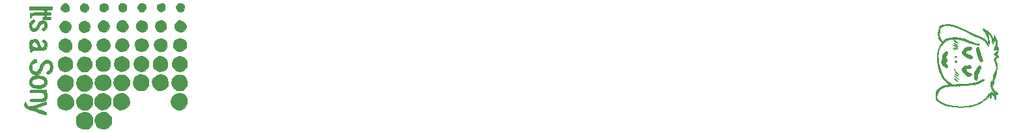
<source format=gbr>
G04 #@! TF.GenerationSoftware,KiCad,Pcbnew,(5.1.5)-2*
G04 #@! TF.CreationDate,2020-03-13T20:39:15+13:00*
G04 #@! TF.ProjectId,sony_plate,736f6e79-5f70-46c6-9174-652e6b696361,rev?*
G04 #@! TF.SameCoordinates,Original*
G04 #@! TF.FileFunction,Legend,Top*
G04 #@! TF.FilePolarity,Positive*
%FSLAX46Y46*%
G04 Gerber Fmt 4.6, Leading zero omitted, Abs format (unit mm)*
G04 Created by KiCad (PCBNEW (5.1.5)-2) date 2020-03-13 20:39:15*
%MOMM*%
%LPD*%
G04 APERTURE LIST*
%ADD10C,0.010000*%
G04 APERTURE END LIST*
D10*
G36*
X44249939Y-118320460D02*
G01*
X44189600Y-118350000D01*
X44044814Y-118322068D01*
X43779684Y-118246574D01*
X43429998Y-118135967D01*
X43031541Y-118002697D01*
X42620098Y-117859213D01*
X42231455Y-117717965D01*
X41901398Y-117591403D01*
X41665713Y-117491977D01*
X41564833Y-117436851D01*
X41464899Y-117282310D01*
X41418100Y-117077933D01*
X41426256Y-116883513D01*
X41491186Y-116758844D01*
X41543667Y-116741333D01*
X41647132Y-116811713D01*
X41670667Y-116908714D01*
X41736748Y-117074923D01*
X41875279Y-117210163D01*
X41971027Y-117263109D01*
X42076952Y-117285903D01*
X42225244Y-117273784D01*
X42448099Y-117221992D01*
X42777707Y-117125764D01*
X43081779Y-117031729D01*
X43475289Y-116908422D01*
X43814250Y-116801151D01*
X44063424Y-116721140D01*
X44187569Y-116679615D01*
X44189500Y-116678889D01*
X44273380Y-116713883D01*
X44295333Y-116843483D01*
X44279077Y-116949317D01*
X44208846Y-117030881D01*
X44052449Y-117107192D01*
X43777692Y-117197265D01*
X43616112Y-117244682D01*
X43300472Y-117341200D01*
X43053503Y-117426706D01*
X42915816Y-117486776D01*
X42901264Y-117498591D01*
X42959640Y-117548217D01*
X43145896Y-117632562D01*
X43425918Y-117737039D01*
X43580486Y-117789036D01*
X43936771Y-117912494D01*
X44156279Y-118010488D01*
X44266582Y-118098325D01*
X44295333Y-118185918D01*
X44249939Y-118320460D01*
G37*
X44249939Y-118320460D02*
X44189600Y-118350000D01*
X44044814Y-118322068D01*
X43779684Y-118246574D01*
X43429998Y-118135967D01*
X43031541Y-118002697D01*
X42620098Y-117859213D01*
X42231455Y-117717965D01*
X41901398Y-117591403D01*
X41665713Y-117491977D01*
X41564833Y-117436851D01*
X41464899Y-117282310D01*
X41418100Y-117077933D01*
X41426256Y-116883513D01*
X41491186Y-116758844D01*
X41543667Y-116741333D01*
X41647132Y-116811713D01*
X41670667Y-116908714D01*
X41736748Y-117074923D01*
X41875279Y-117210163D01*
X41971027Y-117263109D01*
X42076952Y-117285903D01*
X42225244Y-117273784D01*
X42448099Y-117221992D01*
X42777707Y-117125764D01*
X43081779Y-117031729D01*
X43475289Y-116908422D01*
X43814250Y-116801151D01*
X44063424Y-116721140D01*
X44187569Y-116679615D01*
X44189500Y-116678889D01*
X44273380Y-116713883D01*
X44295333Y-116843483D01*
X44279077Y-116949317D01*
X44208846Y-117030881D01*
X44052449Y-117107192D01*
X43777692Y-117197265D01*
X43616112Y-117244682D01*
X43300472Y-117341200D01*
X43053503Y-117426706D01*
X42915816Y-117486776D01*
X42901264Y-117498591D01*
X42959640Y-117548217D01*
X43145896Y-117632562D01*
X43425918Y-117737039D01*
X43580486Y-117789036D01*
X43936771Y-117912494D01*
X44156279Y-118010488D01*
X44266582Y-118098325D01*
X44295333Y-118185918D01*
X44249939Y-118320460D01*
G36*
X44309398Y-106998816D02*
G01*
X44199629Y-107237369D01*
X44023577Y-107392717D01*
X43865953Y-107428000D01*
X43735985Y-107370484D01*
X43704517Y-107241843D01*
X43770503Y-107107937D01*
X43872000Y-107047000D01*
X44006389Y-106937094D01*
X44041333Y-106742303D01*
X43996626Y-106525011D01*
X43881364Y-106436723D01*
X43723839Y-106468957D01*
X43552342Y-106613227D01*
X43395164Y-106861050D01*
X43357792Y-106947287D01*
X43198510Y-107265519D01*
X43012439Y-107443473D01*
X42765287Y-107510039D01*
X42686667Y-107512666D01*
X42406587Y-107466767D01*
X42241286Y-107364500D01*
X42127376Y-107147251D01*
X42059560Y-106842170D01*
X42052597Y-106527833D01*
X42066487Y-106433911D01*
X42184435Y-106217790D01*
X42398886Y-106050094D01*
X42620839Y-105988666D01*
X42745931Y-106042078D01*
X42764501Y-106166568D01*
X42684590Y-106308518D01*
X42559667Y-106396594D01*
X42399207Y-106550244D01*
X42343361Y-106773441D01*
X42399823Y-106996877D01*
X42482097Y-107095223D01*
X42628619Y-107157560D01*
X42783423Y-107092266D01*
X42961432Y-106887760D01*
X43154970Y-106573046D01*
X43355758Y-106269732D01*
X43554799Y-106109879D01*
X43790259Y-106072386D01*
X43996894Y-106107572D01*
X44196633Y-106231436D01*
X44312338Y-106451099D01*
X44348447Y-106721809D01*
X44309398Y-106998816D01*
G37*
X44309398Y-106998816D02*
X44199629Y-107237369D01*
X44023577Y-107392717D01*
X43865953Y-107428000D01*
X43735985Y-107370484D01*
X43704517Y-107241843D01*
X43770503Y-107107937D01*
X43872000Y-107047000D01*
X44006389Y-106937094D01*
X44041333Y-106742303D01*
X43996626Y-106525011D01*
X43881364Y-106436723D01*
X43723839Y-106468957D01*
X43552342Y-106613227D01*
X43395164Y-106861050D01*
X43357792Y-106947287D01*
X43198510Y-107265519D01*
X43012439Y-107443473D01*
X42765287Y-107510039D01*
X42686667Y-107512666D01*
X42406587Y-107466767D01*
X42241286Y-107364500D01*
X42127376Y-107147251D01*
X42059560Y-106842170D01*
X42052597Y-106527833D01*
X42066487Y-106433911D01*
X42184435Y-106217790D01*
X42398886Y-106050094D01*
X42620839Y-105988666D01*
X42745931Y-106042078D01*
X42764501Y-106166568D01*
X42684590Y-106308518D01*
X42559667Y-106396594D01*
X42399207Y-106550244D01*
X42343361Y-106773441D01*
X42399823Y-106996877D01*
X42482097Y-107095223D01*
X42628619Y-107157560D01*
X42783423Y-107092266D01*
X42961432Y-106887760D01*
X43154970Y-106573046D01*
X43355758Y-106269732D01*
X43554799Y-106109879D01*
X43790259Y-106072386D01*
X43996894Y-106107572D01*
X44196633Y-106231436D01*
X44312338Y-106451099D01*
X44348447Y-106721809D01*
X44309398Y-106998816D01*
G36*
X44283755Y-109715452D02*
G01*
X44199797Y-109854097D01*
X44087391Y-109913034D01*
X43854699Y-109949646D01*
X43481984Y-109966342D01*
X43266309Y-109968000D01*
X42863925Y-109973194D01*
X42601855Y-109991522D01*
X42451321Y-110027102D01*
X42383545Y-110084050D01*
X42378618Y-110095000D01*
X42270121Y-110207556D01*
X42208550Y-110222000D01*
X42128795Y-110169269D01*
X42100349Y-109992495D01*
X42102213Y-109862166D01*
X42098259Y-109564470D01*
X42069322Y-109290448D01*
X42061082Y-109248333D01*
X42059015Y-108951896D01*
X42114997Y-108782666D01*
X42222735Y-108642368D01*
X42393538Y-108571333D01*
X42611435Y-108545755D01*
X42701879Y-108547244D01*
X42701879Y-108867333D01*
X42489085Y-108933911D01*
X42372057Y-109098704D01*
X42369200Y-109309301D01*
X42481048Y-109496285D01*
X42613019Y-109566226D01*
X42811639Y-109615103D01*
X43014778Y-109635312D01*
X43160311Y-109619249D01*
X43194667Y-109583627D01*
X43148070Y-109422666D01*
X43034016Y-109216000D01*
X42891110Y-109019745D01*
X42757954Y-108890011D01*
X42701879Y-108867333D01*
X42701879Y-108547244D01*
X42879647Y-108550172D01*
X43067246Y-108625061D01*
X43208991Y-108800142D01*
X43339645Y-109105135D01*
X43371309Y-109195405D01*
X43465505Y-109433816D01*
X43560260Y-109549864D01*
X43696520Y-109585632D01*
X43752309Y-109587000D01*
X43924165Y-109565315D01*
X44000638Y-109465725D01*
X44026008Y-109305434D01*
X44022951Y-109100185D01*
X43944202Y-109001862D01*
X43877842Y-108978059D01*
X43727585Y-108881723D01*
X43702313Y-108747669D01*
X43794903Y-108639557D01*
X43918654Y-108613333D01*
X44108744Y-108688191D01*
X44250758Y-108881991D01*
X44334238Y-109148575D01*
X44348723Y-109441782D01*
X44283755Y-109715452D01*
G37*
X44283755Y-109715452D02*
X44199797Y-109854097D01*
X44087391Y-109913034D01*
X43854699Y-109949646D01*
X43481984Y-109966342D01*
X43266309Y-109968000D01*
X42863925Y-109973194D01*
X42601855Y-109991522D01*
X42451321Y-110027102D01*
X42383545Y-110084050D01*
X42378618Y-110095000D01*
X42270121Y-110207556D01*
X42208550Y-110222000D01*
X42128795Y-110169269D01*
X42100349Y-109992495D01*
X42102213Y-109862166D01*
X42098259Y-109564470D01*
X42069322Y-109290448D01*
X42061082Y-109248333D01*
X42059015Y-108951896D01*
X42114997Y-108782666D01*
X42222735Y-108642368D01*
X42393538Y-108571333D01*
X42611435Y-108545755D01*
X42701879Y-108547244D01*
X42701879Y-108867333D01*
X42489085Y-108933911D01*
X42372057Y-109098704D01*
X42369200Y-109309301D01*
X42481048Y-109496285D01*
X42613019Y-109566226D01*
X42811639Y-109615103D01*
X43014778Y-109635312D01*
X43160311Y-109619249D01*
X43194667Y-109583627D01*
X43148070Y-109422666D01*
X43034016Y-109216000D01*
X42891110Y-109019745D01*
X42757954Y-108890011D01*
X42701879Y-108867333D01*
X42701879Y-108547244D01*
X42879647Y-108550172D01*
X43067246Y-108625061D01*
X43208991Y-108800142D01*
X43339645Y-109105135D01*
X43371309Y-109195405D01*
X43465505Y-109433816D01*
X43560260Y-109549864D01*
X43696520Y-109585632D01*
X43752309Y-109587000D01*
X43924165Y-109565315D01*
X44000638Y-109465725D01*
X44026008Y-109305434D01*
X44022951Y-109100185D01*
X43944202Y-109001862D01*
X43877842Y-108978059D01*
X43727585Y-108881723D01*
X43702313Y-108747669D01*
X43794903Y-108639557D01*
X43918654Y-108613333D01*
X44108744Y-108688191D01*
X44250758Y-108881991D01*
X44334238Y-109148575D01*
X44348723Y-109441782D01*
X44283755Y-109715452D01*
G36*
X45055081Y-112516364D02*
G01*
X44912449Y-112820474D01*
X44693438Y-113027459D01*
X44445828Y-113100666D01*
X44320022Y-113045575D01*
X44296990Y-112916442D01*
X44368937Y-112767479D01*
X44509030Y-112661002D01*
X44700561Y-112502428D01*
X44780324Y-112284109D01*
X44763046Y-112047254D01*
X44663449Y-111833071D01*
X44496261Y-111682770D01*
X44276205Y-111637557D01*
X44153574Y-111666239D01*
X43995267Y-111806386D01*
X43836368Y-112109719D01*
X43782470Y-112248699D01*
X43651083Y-112557572D01*
X43503077Y-112830201D01*
X43399105Y-112973465D01*
X43137371Y-113148968D01*
X42840176Y-113185105D01*
X42545664Y-113095009D01*
X42291981Y-112891812D01*
X42117272Y-112588646D01*
X42097389Y-112525315D01*
X42036243Y-112281826D01*
X42024769Y-112108248D01*
X42063333Y-111912496D01*
X42100356Y-111781446D01*
X42271077Y-111451833D01*
X42557288Y-111245816D01*
X42755722Y-111186088D01*
X42940502Y-111162491D01*
X43013288Y-111216131D01*
X43025333Y-111354416D01*
X42989604Y-111525617D01*
X42863433Y-111576599D01*
X42856000Y-111576666D01*
X42671686Y-111634129D01*
X42517333Y-111746000D01*
X42377159Y-111981862D01*
X42355232Y-112248843D01*
X42435995Y-112499487D01*
X42603890Y-112686340D01*
X42843358Y-112761945D01*
X42850434Y-112762000D01*
X43021413Y-112743496D01*
X43150491Y-112667440D01*
X43264051Y-112503017D01*
X43388476Y-112219409D01*
X43447683Y-112064399D01*
X43660461Y-111635711D01*
X43922025Y-111364780D01*
X44239299Y-111245286D01*
X44353128Y-111238000D01*
X44663002Y-111313198D01*
X44902550Y-111518152D01*
X45054770Y-111821899D01*
X45102661Y-112193477D01*
X45055081Y-112516364D01*
G37*
X45055081Y-112516364D02*
X44912449Y-112820474D01*
X44693438Y-113027459D01*
X44445828Y-113100666D01*
X44320022Y-113045575D01*
X44296990Y-112916442D01*
X44368937Y-112767479D01*
X44509030Y-112661002D01*
X44700561Y-112502428D01*
X44780324Y-112284109D01*
X44763046Y-112047254D01*
X44663449Y-111833071D01*
X44496261Y-111682770D01*
X44276205Y-111637557D01*
X44153574Y-111666239D01*
X43995267Y-111806386D01*
X43836368Y-112109719D01*
X43782470Y-112248699D01*
X43651083Y-112557572D01*
X43503077Y-112830201D01*
X43399105Y-112973465D01*
X43137371Y-113148968D01*
X42840176Y-113185105D01*
X42545664Y-113095009D01*
X42291981Y-112891812D01*
X42117272Y-112588646D01*
X42097389Y-112525315D01*
X42036243Y-112281826D01*
X42024769Y-112108248D01*
X42063333Y-111912496D01*
X42100356Y-111781446D01*
X42271077Y-111451833D01*
X42557288Y-111245816D01*
X42755722Y-111186088D01*
X42940502Y-111162491D01*
X43013288Y-111216131D01*
X43025333Y-111354416D01*
X42989604Y-111525617D01*
X42863433Y-111576599D01*
X42856000Y-111576666D01*
X42671686Y-111634129D01*
X42517333Y-111746000D01*
X42377159Y-111981862D01*
X42355232Y-112248843D01*
X42435995Y-112499487D01*
X42603890Y-112686340D01*
X42843358Y-112761945D01*
X42850434Y-112762000D01*
X43021413Y-112743496D01*
X43150491Y-112667440D01*
X43264051Y-112503017D01*
X43388476Y-112219409D01*
X43447683Y-112064399D01*
X43660461Y-111635711D01*
X43922025Y-111364780D01*
X44239299Y-111245286D01*
X44353128Y-111238000D01*
X44663002Y-111313198D01*
X44902550Y-111518152D01*
X45054770Y-111821899D01*
X45102661Y-112193477D01*
X45055081Y-112516364D01*
G36*
X44222804Y-114530503D02*
G01*
X43949674Y-114772771D01*
X43871903Y-114815035D01*
X43515760Y-114927248D01*
X43114741Y-114952392D01*
X42722208Y-114896835D01*
X42391519Y-114766946D01*
X42209610Y-114616615D01*
X42088134Y-114352418D01*
X42060055Y-114025403D01*
X42126509Y-113733614D01*
X42293270Y-113496962D01*
X42559083Y-113348627D01*
X42946989Y-113278684D01*
X43187544Y-113270520D01*
X43187544Y-113608666D01*
X42840935Y-113652736D01*
X42572798Y-113769156D01*
X42402428Y-113934242D01*
X42349121Y-114124309D01*
X42432171Y-114315674D01*
X42536172Y-114408199D01*
X42778532Y-114503417D01*
X43106642Y-114542240D01*
X43452336Y-114525851D01*
X43747451Y-114455433D01*
X43875384Y-114384951D01*
X44019031Y-114194017D01*
X44015509Y-113998909D01*
X43884855Y-113822236D01*
X43647101Y-113686610D01*
X43322282Y-113614639D01*
X43187544Y-113608666D01*
X43187544Y-113270520D01*
X43202855Y-113270000D01*
X43663085Y-113306193D01*
X43989488Y-113422167D01*
X44203010Y-113629010D01*
X44302106Y-113851885D01*
X44341287Y-114221289D01*
X44222804Y-114530503D01*
G37*
X44222804Y-114530503D02*
X43949674Y-114772771D01*
X43871903Y-114815035D01*
X43515760Y-114927248D01*
X43114741Y-114952392D01*
X42722208Y-114896835D01*
X42391519Y-114766946D01*
X42209610Y-114616615D01*
X42088134Y-114352418D01*
X42060055Y-114025403D01*
X42126509Y-113733614D01*
X42293270Y-113496962D01*
X42559083Y-113348627D01*
X42946989Y-113278684D01*
X43187544Y-113270520D01*
X43187544Y-113608666D01*
X42840935Y-113652736D01*
X42572798Y-113769156D01*
X42402428Y-113934242D01*
X42349121Y-114124309D01*
X42432171Y-114315674D01*
X42536172Y-114408199D01*
X42778532Y-114503417D01*
X43106642Y-114542240D01*
X43452336Y-114525851D01*
X43747451Y-114455433D01*
X43875384Y-114384951D01*
X44019031Y-114194017D01*
X44015509Y-113998909D01*
X43884855Y-113822236D01*
X43647101Y-113686610D01*
X43322282Y-113614639D01*
X43187544Y-113608666D01*
X43187544Y-113270520D01*
X43202855Y-113270000D01*
X43663085Y-113306193D01*
X43989488Y-113422167D01*
X44203010Y-113629010D01*
X44302106Y-113851885D01*
X44341287Y-114221289D01*
X44222804Y-114530503D01*
G36*
X45041542Y-104637615D02*
G01*
X44963920Y-104699499D01*
X44779097Y-104717858D01*
X44676333Y-104718666D01*
X44438239Y-104729746D01*
X44325651Y-104775751D01*
X44295479Y-104875835D01*
X44295333Y-104888000D01*
X44328482Y-105004708D01*
X44457889Y-105051798D01*
X44591667Y-105057333D01*
X44795906Y-105076275D01*
X44878314Y-105150222D01*
X44888000Y-105226666D01*
X44854852Y-105343374D01*
X44725445Y-105390464D01*
X44591667Y-105396000D01*
X44372494Y-105423539D01*
X44295869Y-105511433D01*
X44295333Y-105523000D01*
X44359593Y-105616931D01*
X44564678Y-105649770D01*
X44591667Y-105650000D01*
X44795906Y-105668941D01*
X44878314Y-105742888D01*
X44888000Y-105819333D01*
X44870848Y-105910973D01*
X44794447Y-105962065D01*
X44621380Y-105984121D01*
X44337667Y-105988666D01*
X44039835Y-105983389D01*
X43873787Y-105959880D01*
X43802105Y-105906629D01*
X43787333Y-105819333D01*
X43840273Y-105681429D01*
X43914333Y-105650000D01*
X44026582Y-105582227D01*
X44041333Y-105523000D01*
X44013355Y-105463777D01*
X43910852Y-105425755D01*
X43705973Y-105404755D01*
X43370866Y-105396601D01*
X43194667Y-105396000D01*
X42809317Y-105398324D01*
X42562631Y-105409382D01*
X42423961Y-105435305D01*
X42362656Y-105482223D01*
X42348069Y-105556264D01*
X42348000Y-105565333D01*
X42292776Y-105705073D01*
X42215889Y-105734666D01*
X42128809Y-105691959D01*
X42103695Y-105539569D01*
X42110056Y-105417166D01*
X42136333Y-105099666D01*
X43088833Y-105075727D01*
X43502381Y-105063220D01*
X43775444Y-105046657D01*
X43936861Y-105020270D01*
X44015473Y-104978290D01*
X44040118Y-104914950D01*
X44041333Y-104885227D01*
X44030405Y-104813629D01*
X43978550Y-104766102D01*
X43857159Y-104737753D01*
X43637626Y-104723688D01*
X43291344Y-104719012D01*
X43067667Y-104718666D01*
X42094000Y-104718666D01*
X42094000Y-104295333D01*
X45057333Y-104295333D01*
X45057333Y-104507000D01*
X45041542Y-104637615D01*
G37*
X45041542Y-104637615D02*
X44963920Y-104699499D01*
X44779097Y-104717858D01*
X44676333Y-104718666D01*
X44438239Y-104729746D01*
X44325651Y-104775751D01*
X44295479Y-104875835D01*
X44295333Y-104888000D01*
X44328482Y-105004708D01*
X44457889Y-105051798D01*
X44591667Y-105057333D01*
X44795906Y-105076275D01*
X44878314Y-105150222D01*
X44888000Y-105226666D01*
X44854852Y-105343374D01*
X44725445Y-105390464D01*
X44591667Y-105396000D01*
X44372494Y-105423539D01*
X44295869Y-105511433D01*
X44295333Y-105523000D01*
X44359593Y-105616931D01*
X44564678Y-105649770D01*
X44591667Y-105650000D01*
X44795906Y-105668941D01*
X44878314Y-105742888D01*
X44888000Y-105819333D01*
X44870848Y-105910973D01*
X44794447Y-105962065D01*
X44621380Y-105984121D01*
X44337667Y-105988666D01*
X44039835Y-105983389D01*
X43873787Y-105959880D01*
X43802105Y-105906629D01*
X43787333Y-105819333D01*
X43840273Y-105681429D01*
X43914333Y-105650000D01*
X44026582Y-105582227D01*
X44041333Y-105523000D01*
X44013355Y-105463777D01*
X43910852Y-105425755D01*
X43705973Y-105404755D01*
X43370866Y-105396601D01*
X43194667Y-105396000D01*
X42809317Y-105398324D01*
X42562631Y-105409382D01*
X42423961Y-105435305D01*
X42362656Y-105482223D01*
X42348069Y-105556264D01*
X42348000Y-105565333D01*
X42292776Y-105705073D01*
X42215889Y-105734666D01*
X42128809Y-105691959D01*
X42103695Y-105539569D01*
X42110056Y-105417166D01*
X42136333Y-105099666D01*
X43088833Y-105075727D01*
X43502381Y-105063220D01*
X43775444Y-105046657D01*
X43936861Y-105020270D01*
X44015473Y-104978290D01*
X44040118Y-104914950D01*
X44041333Y-104885227D01*
X44030405Y-104813629D01*
X43978550Y-104766102D01*
X43857159Y-104737753D01*
X43637626Y-104723688D01*
X43291344Y-104719012D01*
X43067667Y-104718666D01*
X42094000Y-104718666D01*
X42094000Y-104295333D01*
X45057333Y-104295333D01*
X45057333Y-104507000D01*
X45041542Y-104637615D01*
G36*
X44293508Y-116313736D02*
G01*
X44182251Y-116438779D01*
X44077329Y-116534343D01*
X43966777Y-116596931D01*
X43813811Y-116633495D01*
X43581647Y-116650986D01*
X43233499Y-116656354D01*
X43029182Y-116656666D01*
X42620607Y-116654732D01*
X42352137Y-116645404D01*
X42194561Y-116623392D01*
X42118662Y-116583406D01*
X42095228Y-116520156D01*
X42094000Y-116487333D01*
X42106073Y-116408851D01*
X42163165Y-116359223D01*
X42296583Y-116331903D01*
X42537634Y-116320344D01*
X42903900Y-116318000D01*
X43274717Y-116309117D01*
X43594803Y-116285301D01*
X43816973Y-116250798D01*
X43877566Y-116230354D01*
X44014785Y-116071445D01*
X44027031Y-115834303D01*
X43953688Y-115635100D01*
X43897095Y-115561088D01*
X43800537Y-115513254D01*
X43631031Y-115486050D01*
X43355595Y-115473931D01*
X42980021Y-115471333D01*
X42584210Y-115469196D01*
X42327728Y-115458967D01*
X42180591Y-115434913D01*
X42112812Y-115391304D01*
X42094403Y-115322408D01*
X42094000Y-115302000D01*
X42103326Y-115232905D01*
X42149285Y-115185686D01*
X42258844Y-115156197D01*
X42458974Y-115140294D01*
X42776644Y-115133833D01*
X43196012Y-115132666D01*
X44298023Y-115132666D01*
X44289332Y-115365500D01*
X44299917Y-115612438D01*
X44337433Y-115893871D01*
X44340389Y-115909613D01*
X44361865Y-116144056D01*
X44293508Y-116313736D01*
G37*
X44293508Y-116313736D02*
X44182251Y-116438779D01*
X44077329Y-116534343D01*
X43966777Y-116596931D01*
X43813811Y-116633495D01*
X43581647Y-116650986D01*
X43233499Y-116656354D01*
X43029182Y-116656666D01*
X42620607Y-116654732D01*
X42352137Y-116645404D01*
X42194561Y-116623392D01*
X42118662Y-116583406D01*
X42095228Y-116520156D01*
X42094000Y-116487333D01*
X42106073Y-116408851D01*
X42163165Y-116359223D01*
X42296583Y-116331903D01*
X42537634Y-116320344D01*
X42903900Y-116318000D01*
X43274717Y-116309117D01*
X43594803Y-116285301D01*
X43816973Y-116250798D01*
X43877566Y-116230354D01*
X44014785Y-116071445D01*
X44027031Y-115834303D01*
X43953688Y-115635100D01*
X43897095Y-115561088D01*
X43800537Y-115513254D01*
X43631031Y-115486050D01*
X43355595Y-115473931D01*
X42980021Y-115471333D01*
X42584210Y-115469196D01*
X42327728Y-115458967D01*
X42180591Y-115434913D01*
X42112812Y-115391304D01*
X42094403Y-115322408D01*
X42094000Y-115302000D01*
X42103326Y-115232905D01*
X42149285Y-115185686D01*
X42258844Y-115156197D01*
X42458974Y-115140294D01*
X42776644Y-115133833D01*
X43196012Y-115132666D01*
X44298023Y-115132666D01*
X44289332Y-115365500D01*
X44299917Y-115612438D01*
X44337433Y-115893871D01*
X44340389Y-115909613D01*
X44361865Y-116144056D01*
X44293508Y-116313736D01*
G36*
X47716826Y-114584887D02*
G01*
X47562997Y-114909444D01*
X47302098Y-115151060D01*
X47261438Y-115173566D01*
X46878922Y-115287136D01*
X46490395Y-115259666D01*
X46138452Y-115105619D01*
X45865693Y-114839458D01*
X45771905Y-114667865D01*
X45672071Y-114360217D01*
X45674100Y-114098806D01*
X45775526Y-113800834D01*
X45994867Y-113492158D01*
X46314712Y-113286341D01*
X46691184Y-113197763D01*
X47080406Y-113240809D01*
X47261438Y-113313766D01*
X47535890Y-113541830D01*
X47703272Y-113858255D01*
X47763584Y-114220216D01*
X47716826Y-114584887D01*
G37*
X47716826Y-114584887D02*
X47562997Y-114909444D01*
X47302098Y-115151060D01*
X47261438Y-115173566D01*
X46878922Y-115287136D01*
X46490395Y-115259666D01*
X46138452Y-115105619D01*
X45865693Y-114839458D01*
X45771905Y-114667865D01*
X45672071Y-114360217D01*
X45674100Y-114098806D01*
X45775526Y-113800834D01*
X45994867Y-113492158D01*
X46314712Y-113286341D01*
X46691184Y-113197763D01*
X47080406Y-113240809D01*
X47261438Y-113313766D01*
X47535890Y-113541830D01*
X47703272Y-113858255D01*
X47763584Y-114220216D01*
X47716826Y-114584887D01*
G36*
X47802840Y-116881601D02*
G01*
X47688306Y-117218341D01*
X47471024Y-117498368D01*
X47161992Y-117688934D01*
X46782300Y-117757333D01*
X46338521Y-117694852D01*
X45992702Y-117514464D01*
X45778433Y-117252104D01*
X45672190Y-116895870D01*
X45670897Y-116498207D01*
X45774242Y-116144295D01*
X45782536Y-116128564D01*
X46013892Y-115865860D01*
X46341343Y-115698802D01*
X46716070Y-115635440D01*
X47089251Y-115683824D01*
X47412067Y-115852003D01*
X47419975Y-115858572D01*
X47679673Y-116168968D01*
X47803628Y-116520894D01*
X47802840Y-116881601D01*
G37*
X47802840Y-116881601D02*
X47688306Y-117218341D01*
X47471024Y-117498368D01*
X47161992Y-117688934D01*
X46782300Y-117757333D01*
X46338521Y-117694852D01*
X45992702Y-117514464D01*
X45778433Y-117252104D01*
X45672190Y-116895870D01*
X45670897Y-116498207D01*
X45774242Y-116144295D01*
X45782536Y-116128564D01*
X46013892Y-115865860D01*
X46341343Y-115698802D01*
X46716070Y-115635440D01*
X47089251Y-115683824D01*
X47412067Y-115852003D01*
X47419975Y-115858572D01*
X47679673Y-116168968D01*
X47803628Y-116520894D01*
X47802840Y-116881601D01*
G36*
X47612809Y-112221371D02*
G01*
X47419143Y-112520478D01*
X47104960Y-112702540D01*
X46690405Y-112762000D01*
X46306284Y-112690631D01*
X46010040Y-112474791D01*
X45861183Y-112253064D01*
X45749935Y-111914474D01*
X45780287Y-111566914D01*
X45858590Y-111349312D01*
X46064887Y-111065239D01*
X46362258Y-110890181D01*
X46707858Y-110829520D01*
X47058841Y-110888641D01*
X47372362Y-111072928D01*
X47449167Y-111149441D01*
X47606789Y-111371130D01*
X47672284Y-111615985D01*
X47680118Y-111810835D01*
X47612809Y-112221371D01*
G37*
X47612809Y-112221371D02*
X47419143Y-112520478D01*
X47104960Y-112702540D01*
X46690405Y-112762000D01*
X46306284Y-112690631D01*
X46010040Y-112474791D01*
X45861183Y-112253064D01*
X45749935Y-111914474D01*
X45780287Y-111566914D01*
X45858590Y-111349312D01*
X46064887Y-111065239D01*
X46362258Y-110890181D01*
X46707858Y-110829520D01*
X47058841Y-110888641D01*
X47372362Y-111072928D01*
X47449167Y-111149441D01*
X47606789Y-111371130D01*
X47672284Y-111615985D01*
X47680118Y-111810835D01*
X47612809Y-112221371D01*
G36*
X47595355Y-109532659D02*
G01*
X47460056Y-109843471D01*
X47349846Y-109974512D01*
X47054493Y-110172923D01*
X46740068Y-110229591D01*
X46435554Y-110165148D01*
X46169929Y-110000223D01*
X45972175Y-109755448D01*
X45871272Y-109451453D01*
X45896200Y-109108869D01*
X45944241Y-108973891D01*
X46136285Y-108713258D01*
X46362339Y-108557443D01*
X46709374Y-108467845D01*
X47026968Y-108518093D01*
X47294743Y-108678943D01*
X47492318Y-108921150D01*
X47599316Y-109215470D01*
X47595355Y-109532659D01*
G37*
X47595355Y-109532659D02*
X47460056Y-109843471D01*
X47349846Y-109974512D01*
X47054493Y-110172923D01*
X46740068Y-110229591D01*
X46435554Y-110165148D01*
X46169929Y-110000223D01*
X45972175Y-109755448D01*
X45871272Y-109451453D01*
X45896200Y-109108869D01*
X45944241Y-108973891D01*
X46136285Y-108713258D01*
X46362339Y-108557443D01*
X46709374Y-108467845D01*
X47026968Y-108518093D01*
X47294743Y-108678943D01*
X47492318Y-108921150D01*
X47599316Y-109215470D01*
X47595355Y-109532659D01*
G36*
X47397710Y-107263523D02*
G01*
X47214741Y-107511396D01*
X46952615Y-107647996D01*
X46646366Y-107657700D01*
X46331030Y-107524887D01*
X46249163Y-107462807D01*
X46039135Y-107190313D01*
X45974431Y-106877080D01*
X46056511Y-106567108D01*
X46212697Y-106365623D01*
X46512931Y-106190334D01*
X46842128Y-106170748D01*
X47162260Y-106307050D01*
X47230855Y-106360680D01*
X47394301Y-106543942D01*
X47459621Y-106763634D01*
X47466485Y-106920000D01*
X47397710Y-107263523D01*
G37*
X47397710Y-107263523D02*
X47214741Y-107511396D01*
X46952615Y-107647996D01*
X46646366Y-107657700D01*
X46331030Y-107524887D01*
X46249163Y-107462807D01*
X46039135Y-107190313D01*
X45974431Y-106877080D01*
X46056511Y-106567108D01*
X46212697Y-106365623D01*
X46512931Y-106190334D01*
X46842128Y-106170748D01*
X47162260Y-106307050D01*
X47230855Y-106360680D01*
X47394301Y-106543942D01*
X47459621Y-106763634D01*
X47466485Y-106920000D01*
X47397710Y-107263523D01*
G36*
X47232611Y-104692310D02*
G01*
X47168332Y-104853900D01*
X47152360Y-104870826D01*
X46894048Y-105003773D01*
X46638272Y-105005645D01*
X46412500Y-104904492D01*
X46244198Y-104728361D01*
X46160833Y-104505302D01*
X46189872Y-104263363D01*
X46343298Y-104044631D01*
X46603881Y-103893557D01*
X46864620Y-103889073D01*
X47085802Y-104013196D01*
X47227711Y-104247945D01*
X47258667Y-104459100D01*
X47232611Y-104692310D01*
G37*
X47232611Y-104692310D02*
X47168332Y-104853900D01*
X47152360Y-104870826D01*
X46894048Y-105003773D01*
X46638272Y-105005645D01*
X46412500Y-104904492D01*
X46244198Y-104728361D01*
X46160833Y-104505302D01*
X46189872Y-104263363D01*
X46343298Y-104044631D01*
X46603881Y-103893557D01*
X46864620Y-103889073D01*
X47085802Y-104013196D01*
X47227711Y-104247945D01*
X47258667Y-104459100D01*
X47232611Y-104692310D01*
G36*
X50256826Y-117040220D02*
G01*
X50102997Y-117364777D01*
X49842098Y-117606393D01*
X49801438Y-117628900D01*
X49394101Y-117757616D01*
X48990296Y-117741340D01*
X48626744Y-117592119D01*
X48340164Y-117321997D01*
X48222074Y-117110837D01*
X48124548Y-116801715D01*
X48133176Y-116534175D01*
X48225680Y-116268485D01*
X48453087Y-115940490D01*
X48778974Y-115724833D01*
X49165396Y-115633538D01*
X49574411Y-115678629D01*
X49801438Y-115769099D01*
X50075890Y-115997164D01*
X50243272Y-116313589D01*
X50303584Y-116675549D01*
X50256826Y-117040220D01*
G37*
X50256826Y-117040220D02*
X50102997Y-117364777D01*
X49842098Y-117606393D01*
X49801438Y-117628900D01*
X49394101Y-117757616D01*
X48990296Y-117741340D01*
X48626744Y-117592119D01*
X48340164Y-117321997D01*
X48222074Y-117110837D01*
X48124548Y-116801715D01*
X48133176Y-116534175D01*
X48225680Y-116268485D01*
X48453087Y-115940490D01*
X48778974Y-115724833D01*
X49165396Y-115633538D01*
X49574411Y-115678629D01*
X49801438Y-115769099D01*
X50075890Y-115997164D01*
X50243272Y-116313589D01*
X50303584Y-116675549D01*
X50256826Y-117040220D01*
G36*
X50292970Y-119438755D02*
G01*
X50232437Y-119640095D01*
X50095904Y-119829137D01*
X50021503Y-119910304D01*
X49834481Y-120089817D01*
X49666365Y-120179091D01*
X49442603Y-120208251D01*
X49280670Y-120209666D01*
X48981741Y-120187920D01*
X48725115Y-120135791D01*
X48629399Y-120098124D01*
X48347504Y-119851983D01*
X48171524Y-119512057D01*
X48112114Y-119124557D01*
X48179928Y-118735695D01*
X48271239Y-118544610D01*
X48547304Y-118237116D01*
X48896528Y-118060560D01*
X49280522Y-118018477D01*
X49660899Y-118114403D01*
X49999270Y-118351874D01*
X50028592Y-118382747D01*
X50196793Y-118590109D01*
X50279566Y-118783617D01*
X50305619Y-119042177D01*
X50306667Y-119147061D01*
X50292970Y-119438755D01*
G37*
X50292970Y-119438755D02*
X50232437Y-119640095D01*
X50095904Y-119829137D01*
X50021503Y-119910304D01*
X49834481Y-120089817D01*
X49666365Y-120179091D01*
X49442603Y-120208251D01*
X49280670Y-120209666D01*
X48981741Y-120187920D01*
X48725115Y-120135791D01*
X48629399Y-120098124D01*
X48347504Y-119851983D01*
X48171524Y-119512057D01*
X48112114Y-119124557D01*
X48179928Y-118735695D01*
X48271239Y-118544610D01*
X48547304Y-118237116D01*
X48896528Y-118060560D01*
X49280522Y-118018477D01*
X49660899Y-118114403D01*
X49999270Y-118351874D01*
X50028592Y-118382747D01*
X50196793Y-118590109D01*
X50279566Y-118783617D01*
X50305619Y-119042177D01*
X50306667Y-119147061D01*
X50292970Y-119438755D01*
G36*
X50283027Y-114370378D02*
G01*
X50213025Y-114592407D01*
X49998158Y-114940863D01*
X49683495Y-115177857D01*
X49308136Y-115288415D01*
X48911183Y-115257568D01*
X48695229Y-115173566D01*
X48424385Y-114945286D01*
X48253182Y-114619305D01*
X48191971Y-114241801D01*
X48251103Y-113858953D01*
X48351679Y-113640894D01*
X48604057Y-113369009D01*
X48925642Y-113223456D01*
X49279403Y-113198709D01*
X49628309Y-113289239D01*
X49935328Y-113489519D01*
X50163429Y-113794021D01*
X50216032Y-113919180D01*
X50287062Y-114170919D01*
X50283027Y-114370378D01*
G37*
X50283027Y-114370378D02*
X50213025Y-114592407D01*
X49998158Y-114940863D01*
X49683495Y-115177857D01*
X49308136Y-115288415D01*
X48911183Y-115257568D01*
X48695229Y-115173566D01*
X48424385Y-114945286D01*
X48253182Y-114619305D01*
X48191971Y-114241801D01*
X48251103Y-113858953D01*
X48351679Y-113640894D01*
X48604057Y-113369009D01*
X48925642Y-113223456D01*
X49279403Y-113198709D01*
X49628309Y-113289239D01*
X49935328Y-113489519D01*
X50163429Y-113794021D01*
X50216032Y-113919180D01*
X50287062Y-114170919D01*
X50283027Y-114370378D01*
G36*
X50104573Y-112232603D02*
G01*
X49885510Y-112518848D01*
X49698274Y-112673737D01*
X49496616Y-112745280D01*
X49219026Y-112762000D01*
X48933782Y-112744167D01*
X48735343Y-112670196D01*
X48543100Y-112509380D01*
X48535180Y-112501487D01*
X48368783Y-112304784D01*
X48292548Y-112103822D01*
X48274667Y-111825489D01*
X48298196Y-111523964D01*
X48388443Y-111302622D01*
X48510247Y-111146345D01*
X48811505Y-110918510D01*
X49156233Y-110825754D01*
X49504840Y-110859984D01*
X49817739Y-111013107D01*
X50055339Y-111277031D01*
X50143825Y-111480280D01*
X50201280Y-111883719D01*
X50104573Y-112232603D01*
G37*
X50104573Y-112232603D02*
X49885510Y-112518848D01*
X49698274Y-112673737D01*
X49496616Y-112745280D01*
X49219026Y-112762000D01*
X48933782Y-112744167D01*
X48735343Y-112670196D01*
X48543100Y-112509380D01*
X48535180Y-112501487D01*
X48368783Y-112304784D01*
X48292548Y-112103822D01*
X48274667Y-111825489D01*
X48298196Y-111523964D01*
X48388443Y-111302622D01*
X48510247Y-111146345D01*
X48811505Y-110918510D01*
X49156233Y-110825754D01*
X49504840Y-110859984D01*
X49817739Y-111013107D01*
X50055339Y-111277031D01*
X50143825Y-111480280D01*
X50201280Y-111883719D01*
X50104573Y-112232603D01*
G36*
X50009452Y-109725072D02*
G01*
X49770483Y-110021055D01*
X49570311Y-110160980D01*
X49371132Y-110210017D01*
X49128025Y-110197060D01*
X48766405Y-110083751D01*
X48508173Y-109856365D01*
X48369104Y-109545729D01*
X48364974Y-109182675D01*
X48460683Y-108892949D01*
X48610173Y-108722834D01*
X48852766Y-108565169D01*
X49114860Y-108462126D01*
X49244167Y-108444000D01*
X49521697Y-108515194D01*
X49792815Y-108697059D01*
X49990849Y-108942022D01*
X50015940Y-108994691D01*
X50094446Y-109374628D01*
X50009452Y-109725072D01*
G37*
X50009452Y-109725072D02*
X49770483Y-110021055D01*
X49570311Y-110160980D01*
X49371132Y-110210017D01*
X49128025Y-110197060D01*
X48766405Y-110083751D01*
X48508173Y-109856365D01*
X48369104Y-109545729D01*
X48364974Y-109182675D01*
X48460683Y-108892949D01*
X48610173Y-108722834D01*
X48852766Y-108565169D01*
X49114860Y-108462126D01*
X49244167Y-108444000D01*
X49521697Y-108515194D01*
X49792815Y-108697059D01*
X49990849Y-108942022D01*
X50015940Y-108994691D01*
X50094446Y-109374628D01*
X50009452Y-109725072D01*
G36*
X49855730Y-107264012D02*
G01*
X49720513Y-107434512D01*
X49431530Y-107625306D01*
X49127203Y-107667567D01*
X48843425Y-107574157D01*
X48616086Y-107357941D01*
X48481079Y-107031781D01*
X48473034Y-106987427D01*
X48458708Y-106764265D01*
X48523490Y-106595408D01*
X48681047Y-106415927D01*
X48929608Y-106228017D01*
X49162566Y-106158000D01*
X49162720Y-106158000D01*
X49516936Y-106225414D01*
X49778535Y-106404482D01*
X49932326Y-106660445D01*
X49963120Y-106958542D01*
X49855730Y-107264012D01*
G37*
X49855730Y-107264012D02*
X49720513Y-107434512D01*
X49431530Y-107625306D01*
X49127203Y-107667567D01*
X48843425Y-107574157D01*
X48616086Y-107357941D01*
X48481079Y-107031781D01*
X48473034Y-106987427D01*
X48458708Y-106764265D01*
X48523490Y-106595408D01*
X48681047Y-106415927D01*
X48929608Y-106228017D01*
X49162566Y-106158000D01*
X49162720Y-106158000D01*
X49516936Y-106225414D01*
X49778535Y-106404482D01*
X49932326Y-106660445D01*
X49963120Y-106958542D01*
X49855730Y-107264012D01*
G36*
X49773328Y-104606477D02*
G01*
X49612711Y-104849964D01*
X49569498Y-104886640D01*
X49303235Y-105010188D01*
X49042899Y-104994327D01*
X48824739Y-104866106D01*
X48685005Y-104652576D01*
X48659948Y-104380786D01*
X48699380Y-104237368D01*
X48870408Y-104001977D01*
X49115297Y-103891544D01*
X49384312Y-103915274D01*
X49614575Y-104067956D01*
X49774497Y-104335844D01*
X49773328Y-104606477D01*
G37*
X49773328Y-104606477D02*
X49612711Y-104849964D01*
X49569498Y-104886640D01*
X49303235Y-105010188D01*
X49042899Y-104994327D01*
X48824739Y-104866106D01*
X48685005Y-104652576D01*
X48659948Y-104380786D01*
X48699380Y-104237368D01*
X48870408Y-104001977D01*
X49115297Y-103891544D01*
X49384312Y-103915274D01*
X49614575Y-104067956D01*
X49774497Y-104335844D01*
X49773328Y-104606477D01*
G36*
X52638092Y-116881629D02*
G01*
X52491368Y-117246349D01*
X52226671Y-117522563D01*
X51880727Y-117690628D01*
X51490263Y-117730899D01*
X51179958Y-117661546D01*
X50841706Y-117451683D01*
X50609426Y-117143693D01*
X50496339Y-116778294D01*
X50515669Y-116396201D01*
X50661565Y-116065233D01*
X50920807Y-115767835D01*
X51218826Y-115612410D01*
X51601466Y-115577680D01*
X51698638Y-115583877D01*
X52103650Y-115691918D01*
X52410864Y-115924808D01*
X52602708Y-116258277D01*
X52661613Y-116668054D01*
X52638092Y-116881629D01*
G37*
X52638092Y-116881629D02*
X52491368Y-117246349D01*
X52226671Y-117522563D01*
X51880727Y-117690628D01*
X51490263Y-117730899D01*
X51179958Y-117661546D01*
X50841706Y-117451683D01*
X50609426Y-117143693D01*
X50496339Y-116778294D01*
X50515669Y-116396201D01*
X50661565Y-116065233D01*
X50920807Y-115767835D01*
X51218826Y-115612410D01*
X51601466Y-115577680D01*
X51698638Y-115583877D01*
X52103650Y-115691918D01*
X52410864Y-115924808D01*
X52602708Y-116258277D01*
X52661613Y-116668054D01*
X52638092Y-116881629D01*
G36*
X52640930Y-114394243D02*
G01*
X52516974Y-114714363D01*
X52295239Y-114979801D01*
X51982334Y-115158116D01*
X51619000Y-115217333D01*
X51211885Y-115143571D01*
X50886580Y-114942079D01*
X50662506Y-114642551D01*
X50559084Y-114274679D01*
X50595738Y-113868154D01*
X50643646Y-113726193D01*
X50844198Y-113438951D01*
X51151436Y-113239100D01*
X51517785Y-113144201D01*
X51895669Y-113171811D01*
X52026793Y-113215716D01*
X52360039Y-113430176D01*
X52569072Y-113719710D01*
X52660499Y-114051879D01*
X52640930Y-114394243D01*
G37*
X52640930Y-114394243D02*
X52516974Y-114714363D01*
X52295239Y-114979801D01*
X51982334Y-115158116D01*
X51619000Y-115217333D01*
X51211885Y-115143571D01*
X50886580Y-114942079D01*
X50662506Y-114642551D01*
X50559084Y-114274679D01*
X50595738Y-113868154D01*
X50643646Y-113726193D01*
X50844198Y-113438951D01*
X51151436Y-113239100D01*
X51517785Y-113144201D01*
X51895669Y-113171811D01*
X52026793Y-113215716D01*
X52360039Y-113430176D01*
X52569072Y-113719710D01*
X52660499Y-114051879D01*
X52640930Y-114394243D01*
G36*
X52696164Y-119539192D02*
G01*
X52504325Y-119883543D01*
X52194989Y-120109630D01*
X51776661Y-120208741D01*
X51661333Y-120212666D01*
X51218310Y-120145779D01*
X50883071Y-119950156D01*
X50662916Y-119633358D01*
X50565142Y-119202943D01*
X50560667Y-119072627D01*
X50585179Y-118792476D01*
X50682600Y-118574252D01*
X50838742Y-118382747D01*
X51162624Y-118134722D01*
X51524570Y-118024216D01*
X51891904Y-118039291D01*
X52231950Y-118168012D01*
X52512029Y-118398443D01*
X52699466Y-118718646D01*
X52762000Y-119085289D01*
X52696164Y-119539192D01*
G37*
X52696164Y-119539192D02*
X52504325Y-119883543D01*
X52194989Y-120109630D01*
X51776661Y-120208741D01*
X51661333Y-120212666D01*
X51218310Y-120145779D01*
X50883071Y-119950156D01*
X50662916Y-119633358D01*
X50565142Y-119202943D01*
X50560667Y-119072627D01*
X50585179Y-118792476D01*
X50682600Y-118574252D01*
X50838742Y-118382747D01*
X51162624Y-118134722D01*
X51524570Y-118024216D01*
X51891904Y-118039291D01*
X52231950Y-118168012D01*
X52512029Y-118398443D01*
X52699466Y-118718646D01*
X52762000Y-119085289D01*
X52696164Y-119539192D01*
G36*
X52555895Y-112090810D02*
G01*
X52454602Y-112328771D01*
X52186132Y-112577383D01*
X51844811Y-112703394D01*
X51477648Y-112703813D01*
X51131654Y-112575650D01*
X50943183Y-112424916D01*
X50764843Y-112142852D01*
X50674493Y-111799483D01*
X50687634Y-111469017D01*
X50721775Y-111365000D01*
X50910783Y-111100291D01*
X51193136Y-110881149D01*
X51437025Y-110779692D01*
X51779581Y-110775121D01*
X52126955Y-110892862D01*
X52403622Y-111106167D01*
X52422010Y-111128547D01*
X52547723Y-111400934D01*
X52593042Y-111747130D01*
X52555895Y-112090810D01*
G37*
X52555895Y-112090810D02*
X52454602Y-112328771D01*
X52186132Y-112577383D01*
X51844811Y-112703394D01*
X51477648Y-112703813D01*
X51131654Y-112575650D01*
X50943183Y-112424916D01*
X50764843Y-112142852D01*
X50674493Y-111799483D01*
X50687634Y-111469017D01*
X50721775Y-111365000D01*
X50910783Y-111100291D01*
X51193136Y-110881149D01*
X51437025Y-110779692D01*
X51779581Y-110775121D01*
X52126955Y-110892862D01*
X52403622Y-111106167D01*
X52422010Y-111128547D01*
X52547723Y-111400934D01*
X52593042Y-111747130D01*
X52555895Y-112090810D01*
G36*
X52437980Y-109730750D02*
G01*
X52215451Y-109980803D01*
X51887559Y-110118424D01*
X51685609Y-110137333D01*
X51304802Y-110066369D01*
X51019695Y-109867219D01*
X50851495Y-109560497D01*
X50814667Y-109290666D01*
X50850365Y-109001981D01*
X50984341Y-108774786D01*
X51062154Y-108691487D01*
X51354469Y-108498740D01*
X51684027Y-108433509D01*
X52008200Y-108486847D01*
X52284364Y-108649811D01*
X52469891Y-108913455D01*
X52496694Y-108992517D01*
X52537583Y-109393057D01*
X52437980Y-109730750D01*
G37*
X52437980Y-109730750D02*
X52215451Y-109980803D01*
X51887559Y-110118424D01*
X51685609Y-110137333D01*
X51304802Y-110066369D01*
X51019695Y-109867219D01*
X50851495Y-109560497D01*
X50814667Y-109290666D01*
X50850365Y-109001981D01*
X50984341Y-108774786D01*
X51062154Y-108691487D01*
X51354469Y-108498740D01*
X51684027Y-108433509D01*
X52008200Y-108486847D01*
X52284364Y-108649811D01*
X52469891Y-108913455D01*
X52496694Y-108992517D01*
X52537583Y-109393057D01*
X52437980Y-109730750D01*
G36*
X52384627Y-107200860D02*
G01*
X52194681Y-107427817D01*
X51929024Y-107564361D01*
X51629318Y-107594363D01*
X51337226Y-107501693D01*
X51191818Y-107389515D01*
X51041981Y-107142605D01*
X50982615Y-106835789D01*
X51021082Y-106542080D01*
X51092526Y-106404663D01*
X51354572Y-106176186D01*
X51650914Y-106088619D01*
X51945444Y-106128865D01*
X52202056Y-106283829D01*
X52384645Y-106540416D01*
X52457102Y-106885529D01*
X52457200Y-106899620D01*
X52384627Y-107200860D01*
G37*
X52384627Y-107200860D02*
X52194681Y-107427817D01*
X51929024Y-107564361D01*
X51629318Y-107594363D01*
X51337226Y-107501693D01*
X51191818Y-107389515D01*
X51041981Y-107142605D01*
X50982615Y-106835789D01*
X51021082Y-106542080D01*
X51092526Y-106404663D01*
X51354572Y-106176186D01*
X51650914Y-106088619D01*
X51945444Y-106128865D01*
X52202056Y-106283829D01*
X52384645Y-106540416D01*
X52457102Y-106885529D01*
X52457200Y-106899620D01*
X52384627Y-107200860D01*
G36*
X52201212Y-104690671D02*
G01*
X52138958Y-104756739D01*
X51882424Y-104924760D01*
X51625089Y-104954201D01*
X51398049Y-104870433D01*
X51232401Y-104698823D01*
X51159242Y-104464742D01*
X51209667Y-104193558D01*
X51285134Y-104060172D01*
X51446603Y-103919854D01*
X51697285Y-103872585D01*
X51740434Y-103872000D01*
X52020798Y-103908292D01*
X52190918Y-104040891D01*
X52295781Y-104305378D01*
X52297636Y-104312712D01*
X52306817Y-104510204D01*
X52201212Y-104690671D01*
G37*
X52201212Y-104690671D02*
X52138958Y-104756739D01*
X51882424Y-104924760D01*
X51625089Y-104954201D01*
X51398049Y-104870433D01*
X51232401Y-104698823D01*
X51159242Y-104464742D01*
X51209667Y-104193558D01*
X51285134Y-104060172D01*
X51446603Y-103919854D01*
X51697285Y-103872585D01*
X51740434Y-103872000D01*
X52020798Y-103908292D01*
X52190918Y-104040891D01*
X52295781Y-104305378D01*
X52297636Y-104312712D01*
X52306817Y-104510204D01*
X52201212Y-104690671D01*
G36*
X54994123Y-117073974D02*
G01*
X54908481Y-117231408D01*
X54596505Y-117533342D01*
X54226419Y-117693411D01*
X53832727Y-117707510D01*
X53449930Y-117571535D01*
X53253235Y-117428350D01*
X53089212Y-117253296D01*
X53001950Y-117060426D01*
X52961160Y-116778578D01*
X52957879Y-116734389D01*
X52960097Y-116373123D01*
X53032824Y-116116482D01*
X53068868Y-116053230D01*
X53344782Y-115764042D01*
X53693631Y-115599247D01*
X54074848Y-115559223D01*
X54447866Y-115644350D01*
X54772119Y-115855008D01*
X54922538Y-116035896D01*
X55046980Y-116354245D01*
X55070550Y-116725050D01*
X54994123Y-117073974D01*
G37*
X54994123Y-117073974D02*
X54908481Y-117231408D01*
X54596505Y-117533342D01*
X54226419Y-117693411D01*
X53832727Y-117707510D01*
X53449930Y-117571535D01*
X53253235Y-117428350D01*
X53089212Y-117253296D01*
X53001950Y-117060426D01*
X52961160Y-116778578D01*
X52957879Y-116734389D01*
X52960097Y-116373123D01*
X53032824Y-116116482D01*
X53068868Y-116053230D01*
X53344782Y-115764042D01*
X53693631Y-115599247D01*
X54074848Y-115559223D01*
X54447866Y-115644350D01*
X54772119Y-115855008D01*
X54922538Y-116035896D01*
X55046980Y-116354245D01*
X55070550Y-116725050D01*
X54994123Y-117073974D01*
G36*
X55074060Y-114326860D02*
G01*
X54936590Y-114709121D01*
X54700360Y-115000224D01*
X54477399Y-115146202D01*
X54220631Y-115208908D01*
X54017037Y-115217333D01*
X53735041Y-115200632D01*
X53537453Y-115128069D01*
X53340805Y-114965952D01*
X53303867Y-114929466D01*
X53121242Y-114720308D01*
X53037189Y-114522549D01*
X53016047Y-114249369D01*
X53016000Y-114228638D01*
X53052646Y-113882778D01*
X53151029Y-113620378D01*
X53160281Y-113606338D01*
X53455817Y-113297324D01*
X53812301Y-113145313D01*
X54238091Y-113146981D01*
X54291088Y-113156717D01*
X54584824Y-113286594D01*
X54852361Y-113523103D01*
X55035993Y-113809118D01*
X55074638Y-113932356D01*
X55074060Y-114326860D01*
G37*
X55074060Y-114326860D02*
X54936590Y-114709121D01*
X54700360Y-115000224D01*
X54477399Y-115146202D01*
X54220631Y-115208908D01*
X54017037Y-115217333D01*
X53735041Y-115200632D01*
X53537453Y-115128069D01*
X53340805Y-114965952D01*
X53303867Y-114929466D01*
X53121242Y-114720308D01*
X53037189Y-114522549D01*
X53016047Y-114249369D01*
X53016000Y-114228638D01*
X53052646Y-113882778D01*
X53151029Y-113620378D01*
X53160281Y-113606338D01*
X53455817Y-113297324D01*
X53812301Y-113145313D01*
X54238091Y-113146981D01*
X54291088Y-113156717D01*
X54584824Y-113286594D01*
X54852361Y-113523103D01*
X55035993Y-113809118D01*
X55074638Y-113932356D01*
X55074060Y-114326860D01*
G36*
X55021098Y-111975796D02*
G01*
X54894444Y-112305777D01*
X54673876Y-112538042D01*
X54301842Y-112700307D01*
X53941710Y-112717326D01*
X53617236Y-112611861D01*
X53352180Y-112406678D01*
X53170297Y-112124538D01*
X53095345Y-111788206D01*
X53151082Y-111420446D01*
X53262345Y-111185561D01*
X53485203Y-110954232D01*
X53796696Y-110788059D01*
X54095339Y-110730000D01*
X54346574Y-110790819D01*
X54622863Y-110942462D01*
X54849797Y-111138708D01*
X54924730Y-111245212D01*
X55034498Y-111605245D01*
X55021098Y-111975796D01*
G37*
X55021098Y-111975796D02*
X54894444Y-112305777D01*
X54673876Y-112538042D01*
X54301842Y-112700307D01*
X53941710Y-112717326D01*
X53617236Y-112611861D01*
X53352180Y-112406678D01*
X53170297Y-112124538D01*
X53095345Y-111788206D01*
X53151082Y-111420446D01*
X53262345Y-111185561D01*
X53485203Y-110954232D01*
X53796696Y-110788059D01*
X54095339Y-110730000D01*
X54346574Y-110790819D01*
X54622863Y-110942462D01*
X54849797Y-111138708D01*
X54924730Y-111245212D01*
X55034498Y-111605245D01*
X55021098Y-111975796D01*
G36*
X54907135Y-109630938D02*
G01*
X54722250Y-109894445D01*
X54438181Y-110074826D01*
X54092392Y-110137333D01*
X53799767Y-110107548D01*
X53585549Y-109997424D01*
X53493212Y-109914121D01*
X53346106Y-109739941D01*
X53272089Y-109599289D01*
X53270000Y-109582379D01*
X53245451Y-109399703D01*
X53235010Y-109361091D01*
X53232788Y-109203655D01*
X53275140Y-108996359D01*
X53444523Y-108691294D01*
X53730594Y-108505958D01*
X54102013Y-108445882D01*
X54386320Y-108474190D01*
X54601448Y-108587592D01*
X54715846Y-108691487D01*
X54919018Y-108994477D01*
X54977753Y-109319288D01*
X54907135Y-109630938D01*
G37*
X54907135Y-109630938D02*
X54722250Y-109894445D01*
X54438181Y-110074826D01*
X54092392Y-110137333D01*
X53799767Y-110107548D01*
X53585549Y-109997424D01*
X53493212Y-109914121D01*
X53346106Y-109739941D01*
X53272089Y-109599289D01*
X53270000Y-109582379D01*
X53245451Y-109399703D01*
X53235010Y-109361091D01*
X53232788Y-109203655D01*
X53275140Y-108996359D01*
X53444523Y-108691294D01*
X53730594Y-108505958D01*
X54102013Y-108445882D01*
X54386320Y-108474190D01*
X54601448Y-108587592D01*
X54715846Y-108691487D01*
X54919018Y-108994477D01*
X54977753Y-109319288D01*
X54907135Y-109630938D01*
G36*
X54836023Y-107142818D02*
G01*
X54675591Y-107390255D01*
X54421436Y-107553674D01*
X54167570Y-107597333D01*
X53827015Y-107524942D01*
X53573545Y-107331125D01*
X53429488Y-107050917D01*
X53417169Y-106719354D01*
X53479243Y-106517188D01*
X53678778Y-106241400D01*
X53952067Y-106102131D01*
X54263834Y-106106340D01*
X54578802Y-106260987D01*
X54618171Y-106292526D01*
X54820992Y-106554339D01*
X54889050Y-106850975D01*
X54836023Y-107142818D01*
G37*
X54836023Y-107142818D02*
X54675591Y-107390255D01*
X54421436Y-107553674D01*
X54167570Y-107597333D01*
X53827015Y-107524942D01*
X53573545Y-107331125D01*
X53429488Y-107050917D01*
X53417169Y-106719354D01*
X53479243Y-106517188D01*
X53678778Y-106241400D01*
X53952067Y-106102131D01*
X54263834Y-106106340D01*
X54578802Y-106260987D01*
X54618171Y-106292526D01*
X54820992Y-106554339D01*
X54889050Y-106850975D01*
X54836023Y-107142818D01*
G36*
X54639489Y-104698352D02*
G01*
X54460358Y-104886096D01*
X54217540Y-104968218D01*
X53956637Y-104926124D01*
X53778000Y-104803333D01*
X53644662Y-104572536D01*
X53617030Y-104299399D01*
X53698452Y-104057580D01*
X53741714Y-104005047D01*
X53945889Y-103901615D01*
X54216108Y-103878139D01*
X54469150Y-103934621D01*
X54576286Y-104005047D01*
X54669291Y-104179874D01*
X54709302Y-104417345D01*
X54709333Y-104423580D01*
X54639489Y-104698352D01*
G37*
X54639489Y-104698352D02*
X54460358Y-104886096D01*
X54217540Y-104968218D01*
X53956637Y-104926124D01*
X53778000Y-104803333D01*
X53644662Y-104572536D01*
X53617030Y-104299399D01*
X53698452Y-104057580D01*
X53741714Y-104005047D01*
X53945889Y-103901615D01*
X54216108Y-103878139D01*
X54469150Y-103934621D01*
X54576286Y-104005047D01*
X54669291Y-104179874D01*
X54709302Y-104417345D01*
X54709333Y-104423580D01*
X54639489Y-104698352D01*
G36*
X57567144Y-114522001D02*
G01*
X57480092Y-114723525D01*
X57300133Y-114929466D01*
X57095894Y-115109031D01*
X56904063Y-115193654D01*
X56641174Y-115217026D01*
X56586963Y-115217333D01*
X56270238Y-115191897D01*
X56036537Y-115098531D01*
X55905688Y-115001948D01*
X55733178Y-114833212D01*
X55620883Y-114644289D01*
X55532314Y-114368925D01*
X55511364Y-114286000D01*
X55518533Y-114129845D01*
X55574727Y-113896726D01*
X55598934Y-113823574D01*
X55803798Y-113453751D01*
X56098145Y-113221693D01*
X56465666Y-113132946D01*
X56890053Y-113193057D01*
X57150723Y-113295850D01*
X57387876Y-113500595D01*
X57537564Y-113831078D01*
X57588000Y-114247928D01*
X57567144Y-114522001D01*
G37*
X57567144Y-114522001D02*
X57480092Y-114723525D01*
X57300133Y-114929466D01*
X57095894Y-115109031D01*
X56904063Y-115193654D01*
X56641174Y-115217026D01*
X56586963Y-115217333D01*
X56270238Y-115191897D01*
X56036537Y-115098531D01*
X55905688Y-115001948D01*
X55733178Y-114833212D01*
X55620883Y-114644289D01*
X55532314Y-114368925D01*
X55511364Y-114286000D01*
X55518533Y-114129845D01*
X55574727Y-113896726D01*
X55598934Y-113823574D01*
X55803798Y-113453751D01*
X56098145Y-113221693D01*
X56465666Y-113132946D01*
X56890053Y-113193057D01*
X57150723Y-113295850D01*
X57387876Y-113500595D01*
X57537564Y-113831078D01*
X57588000Y-114247928D01*
X57567144Y-114522001D01*
G36*
X57447247Y-112214407D02*
G01*
X57333404Y-112368743D01*
X57008918Y-112629250D01*
X56642523Y-112729148D01*
X56250669Y-112664376D01*
X56206526Y-112646943D01*
X55885484Y-112443848D01*
X55700585Y-112150992D01*
X55640673Y-111750611D01*
X55640667Y-111746000D01*
X55672946Y-111446849D01*
X55755193Y-111201959D01*
X55778732Y-111163228D01*
X55952864Y-110994818D01*
X56188874Y-110852682D01*
X56206526Y-110845056D01*
X56587122Y-110760341D01*
X56933631Y-110814632D01*
X57225833Y-110980592D01*
X57443513Y-111230886D01*
X57566453Y-111538176D01*
X57574437Y-111875129D01*
X57447247Y-112214407D01*
G37*
X57447247Y-112214407D02*
X57333404Y-112368743D01*
X57008918Y-112629250D01*
X56642523Y-112729148D01*
X56250669Y-112664376D01*
X56206526Y-112646943D01*
X55885484Y-112443848D01*
X55700585Y-112150992D01*
X55640673Y-111750611D01*
X55640667Y-111746000D01*
X55672946Y-111446849D01*
X55755193Y-111201959D01*
X55778732Y-111163228D01*
X55952864Y-110994818D01*
X56188874Y-110852682D01*
X56206526Y-110845056D01*
X56587122Y-110760341D01*
X56933631Y-110814632D01*
X57225833Y-110980592D01*
X57443513Y-111230886D01*
X57566453Y-111538176D01*
X57574437Y-111875129D01*
X57447247Y-112214407D01*
G36*
X57444207Y-109631961D02*
G01*
X57262777Y-109897492D01*
X56984408Y-110077949D01*
X56660201Y-110137333D01*
X56264748Y-110072585D01*
X55976057Y-109882442D01*
X55816335Y-109611112D01*
X55745459Y-109372600D01*
X55743066Y-109191897D01*
X55813258Y-108978403D01*
X55848757Y-108895166D01*
X56016975Y-108635454D01*
X56263170Y-108491757D01*
X56622902Y-108444240D01*
X56657614Y-108444000D01*
X56946492Y-108480069D01*
X57174391Y-108615271D01*
X57255846Y-108691487D01*
X57455842Y-108992303D01*
X57513595Y-109318013D01*
X57444207Y-109631961D01*
G37*
X57444207Y-109631961D02*
X57262777Y-109897492D01*
X56984408Y-110077949D01*
X56660201Y-110137333D01*
X56264748Y-110072585D01*
X55976057Y-109882442D01*
X55816335Y-109611112D01*
X55745459Y-109372600D01*
X55743066Y-109191897D01*
X55813258Y-108978403D01*
X55848757Y-108895166D01*
X56016975Y-108635454D01*
X56263170Y-108491757D01*
X56622902Y-108444240D01*
X56657614Y-108444000D01*
X56946492Y-108480069D01*
X57174391Y-108615271D01*
X57255846Y-108691487D01*
X57455842Y-108992303D01*
X57513595Y-109318013D01*
X57444207Y-109631961D01*
G36*
X57351058Y-107202805D02*
G01*
X57173461Y-107435121D01*
X56899758Y-107574167D01*
X56707570Y-107597333D01*
X56384249Y-107525188D01*
X56129023Y-107335095D01*
X55967332Y-107066564D01*
X55924615Y-106759106D01*
X55999980Y-106498335D01*
X56220730Y-106232813D01*
X56509116Y-106102816D01*
X56823298Y-106114685D01*
X57121432Y-106274762D01*
X57171180Y-106320820D01*
X57363522Y-106608195D01*
X57418947Y-106914676D01*
X57351058Y-107202805D01*
G37*
X57351058Y-107202805D02*
X57173461Y-107435121D01*
X56899758Y-107574167D01*
X56707570Y-107597333D01*
X56384249Y-107525188D01*
X56129023Y-107335095D01*
X55967332Y-107066564D01*
X55924615Y-106759106D01*
X55999980Y-106498335D01*
X56220730Y-106232813D01*
X56509116Y-106102816D01*
X56823298Y-106114685D01*
X57121432Y-106274762D01*
X57171180Y-106320820D01*
X57363522Y-106608195D01*
X57418947Y-106914676D01*
X57351058Y-107202805D01*
G36*
X57221044Y-104557951D02*
G01*
X57080000Y-104803333D01*
X56835201Y-104949809D01*
X56574590Y-104958247D01*
X56343768Y-104847241D01*
X56188337Y-104635386D01*
X56148667Y-104423580D01*
X56186799Y-104185883D01*
X56278824Y-104008005D01*
X56281714Y-104005047D01*
X56493718Y-103896619D01*
X56765223Y-103880295D01*
X57015043Y-103953936D01*
X57109211Y-104026833D01*
X57231893Y-104276123D01*
X57221044Y-104557951D01*
G37*
X57221044Y-104557951D02*
X57080000Y-104803333D01*
X56835201Y-104949809D01*
X56574590Y-104958247D01*
X56343768Y-104847241D01*
X56188337Y-104635386D01*
X56148667Y-104423580D01*
X56186799Y-104185883D01*
X56278824Y-104008005D01*
X56281714Y-104005047D01*
X56493718Y-103896619D01*
X56765223Y-103880295D01*
X57015043Y-103953936D01*
X57109211Y-104026833D01*
X57231893Y-104276123D01*
X57221044Y-104557951D01*
G36*
X60070416Y-114492100D02*
G01*
X60000955Y-114677307D01*
X59841717Y-114859874D01*
X59769410Y-114927505D01*
X59416740Y-115155531D01*
X59049496Y-115233843D01*
X58697322Y-115176184D01*
X58389861Y-114996299D01*
X58156758Y-114707932D01*
X58027657Y-114324827D01*
X58011333Y-114112404D01*
X58039315Y-113850123D01*
X58147988Y-113640523D01*
X58292523Y-113479877D01*
X58649560Y-113222591D01*
X59036153Y-113128370D01*
X59438979Y-113200218D01*
X59472728Y-113213739D01*
X59807837Y-113432477D01*
X60011265Y-113755489D01*
X60085270Y-114186499D01*
X60085667Y-114225282D01*
X60070416Y-114492100D01*
G37*
X60070416Y-114492100D02*
X60000955Y-114677307D01*
X59841717Y-114859874D01*
X59769410Y-114927505D01*
X59416740Y-115155531D01*
X59049496Y-115233843D01*
X58697322Y-115176184D01*
X58389861Y-114996299D01*
X58156758Y-114707932D01*
X58027657Y-114324827D01*
X58011333Y-114112404D01*
X58039315Y-113850123D01*
X58147988Y-113640523D01*
X58292523Y-113479877D01*
X58649560Y-113222591D01*
X59036153Y-113128370D01*
X59438979Y-113200218D01*
X59472728Y-113213739D01*
X59807837Y-113432477D01*
X60011265Y-113755489D01*
X60085270Y-114186499D01*
X60085667Y-114225282D01*
X60070416Y-114492100D01*
G36*
X60017635Y-111983082D02*
G01*
X59879320Y-112298104D01*
X59645658Y-112541575D01*
X59341028Y-112691312D01*
X58989808Y-112725130D01*
X58616378Y-112620844D01*
X58470125Y-112538042D01*
X58248345Y-112299396D01*
X58124524Y-111969602D01*
X58108764Y-111602269D01*
X58211166Y-111251009D01*
X58223262Y-111227964D01*
X58398213Y-111031608D01*
X58663757Y-110855749D01*
X58943013Y-110745921D01*
X59064015Y-110730000D01*
X59358363Y-110793432D01*
X59653703Y-110954237D01*
X59874689Y-111168178D01*
X59910710Y-111227125D01*
X60036225Y-111618695D01*
X60017635Y-111983082D01*
G37*
X60017635Y-111983082D02*
X59879320Y-112298104D01*
X59645658Y-112541575D01*
X59341028Y-112691312D01*
X58989808Y-112725130D01*
X58616378Y-112620844D01*
X58470125Y-112538042D01*
X58248345Y-112299396D01*
X58124524Y-111969602D01*
X58108764Y-111602269D01*
X58211166Y-111251009D01*
X58223262Y-111227964D01*
X58398213Y-111031608D01*
X58663757Y-110855749D01*
X58943013Y-110745921D01*
X59064015Y-110730000D01*
X59358363Y-110793432D01*
X59653703Y-110954237D01*
X59874689Y-111168178D01*
X59910710Y-111227125D01*
X60036225Y-111618695D01*
X60017635Y-111983082D01*
G36*
X59940948Y-109568937D02*
G01*
X59866133Y-109748582D01*
X59701731Y-109915139D01*
X59698171Y-109918140D01*
X59369077Y-110103437D01*
X59030617Y-110143054D01*
X58717202Y-110052538D01*
X58463244Y-109847441D01*
X58303155Y-109543312D01*
X58265333Y-109270686D01*
X58293303Y-108987680D01*
X58400068Y-108781546D01*
X58502800Y-108671507D01*
X58812700Y-108481971D01*
X59166024Y-108432910D01*
X59511640Y-108524322D01*
X59721201Y-108671507D01*
X59877237Y-108857491D01*
X59946057Y-109066895D01*
X59958667Y-109298980D01*
X59940948Y-109568937D01*
G37*
X59940948Y-109568937D02*
X59866133Y-109748582D01*
X59701731Y-109915139D01*
X59698171Y-109918140D01*
X59369077Y-110103437D01*
X59030617Y-110143054D01*
X58717202Y-110052538D01*
X58463244Y-109847441D01*
X58303155Y-109543312D01*
X58265333Y-109270686D01*
X58293303Y-108987680D01*
X58400068Y-108781546D01*
X58502800Y-108671507D01*
X58812700Y-108481971D01*
X59166024Y-108432910D01*
X59511640Y-108524322D01*
X59721201Y-108671507D01*
X59877237Y-108857491D01*
X59946057Y-109066895D01*
X59958667Y-109298980D01*
X59940948Y-109568937D01*
G36*
X59802852Y-107196370D02*
G01*
X59616187Y-107434651D01*
X59354172Y-107574041D01*
X59056973Y-107597790D01*
X58764758Y-107489147D01*
X58642485Y-107389515D01*
X58482248Y-107128879D01*
X58428487Y-106815305D01*
X58483678Y-106513342D01*
X58601847Y-106329486D01*
X58902922Y-106137919D01*
X59246564Y-106103403D01*
X59455546Y-106160021D01*
X59706045Y-106317269D01*
X59837986Y-106551820D01*
X59874000Y-106875949D01*
X59802852Y-107196370D01*
G37*
X59802852Y-107196370D02*
X59616187Y-107434651D01*
X59354172Y-107574041D01*
X59056973Y-107597790D01*
X58764758Y-107489147D01*
X58642485Y-107389515D01*
X58482248Y-107128879D01*
X58428487Y-106815305D01*
X58483678Y-106513342D01*
X58601847Y-106329486D01*
X58902922Y-106137919D01*
X59246564Y-106103403D01*
X59455546Y-106160021D01*
X59706045Y-106317269D01*
X59837986Y-106551820D01*
X59874000Y-106875949D01*
X59802852Y-107196370D01*
G36*
X59634744Y-104696216D02*
G01*
X59440373Y-104897562D01*
X59144653Y-104972612D01*
X59135495Y-104972666D01*
X58891023Y-104900167D01*
X58712214Y-104716417D01*
X58618918Y-104472031D01*
X58630983Y-104217629D01*
X58758834Y-104012122D01*
X58958272Y-103912990D01*
X59220492Y-103875418D01*
X59468100Y-103902937D01*
X59603067Y-103973600D01*
X59670377Y-104120942D01*
X59703846Y-104351062D01*
X59704667Y-104392132D01*
X59634744Y-104696216D01*
G37*
X59634744Y-104696216D02*
X59440373Y-104897562D01*
X59144653Y-104972612D01*
X59135495Y-104972666D01*
X58891023Y-104900167D01*
X58712214Y-104716417D01*
X58618918Y-104472031D01*
X58630983Y-104217629D01*
X58758834Y-104012122D01*
X58958272Y-103912990D01*
X59220492Y-103875418D01*
X59468100Y-103902937D01*
X59603067Y-103973600D01*
X59670377Y-104120942D01*
X59703846Y-104351062D01*
X59704667Y-104392132D01*
X59634744Y-104696216D01*
G36*
X62502892Y-117085332D02*
G01*
X62365427Y-117325974D01*
X62052998Y-117588029D01*
X61700323Y-117712600D01*
X61339850Y-117710885D01*
X61004029Y-117594088D01*
X60725309Y-117373408D01*
X60536140Y-117060046D01*
X60468920Y-116671337D01*
X60500255Y-116377760D01*
X60576034Y-116118184D01*
X60609221Y-116053230D01*
X60874084Y-115769979D01*
X61216056Y-115605069D01*
X61593207Y-115559388D01*
X61963606Y-115633826D01*
X62285323Y-115829271D01*
X62443761Y-116014360D01*
X62566485Y-116336544D01*
X62584776Y-116717283D01*
X62502892Y-117085332D01*
G37*
X62502892Y-117085332D02*
X62365427Y-117325974D01*
X62052998Y-117588029D01*
X61700323Y-117712600D01*
X61339850Y-117710885D01*
X61004029Y-117594088D01*
X60725309Y-117373408D01*
X60536140Y-117060046D01*
X60468920Y-116671337D01*
X60500255Y-116377760D01*
X60576034Y-116118184D01*
X60609221Y-116053230D01*
X60874084Y-115769979D01*
X61216056Y-115605069D01*
X61593207Y-115559388D01*
X61963606Y-115633826D01*
X62285323Y-115829271D01*
X62443761Y-116014360D01*
X62566485Y-116336544D01*
X62584776Y-116717283D01*
X62502892Y-117085332D01*
G36*
X62562477Y-114522001D02*
G01*
X62475426Y-114723525D01*
X62295467Y-114929466D01*
X62096616Y-115105616D01*
X61911189Y-115190774D01*
X61659386Y-115216488D01*
X61567333Y-115217333D01*
X61283085Y-115202490D01*
X61087283Y-115136929D01*
X60900128Y-114989102D01*
X60839200Y-114929466D01*
X60656852Y-114721078D01*
X60573675Y-114525465D01*
X60554219Y-114255700D01*
X60554334Y-114230966D01*
X60577928Y-113943350D01*
X60633903Y-113698483D01*
X60663536Y-113629103D01*
X60914382Y-113342827D01*
X61269713Y-113182174D01*
X61524306Y-113150830D01*
X61956333Y-113205897D01*
X62279147Y-113389399D01*
X62488340Y-113696770D01*
X62579502Y-114123444D01*
X62583333Y-114247928D01*
X62562477Y-114522001D01*
G37*
X62562477Y-114522001D02*
X62475426Y-114723525D01*
X62295467Y-114929466D01*
X62096616Y-115105616D01*
X61911189Y-115190774D01*
X61659386Y-115216488D01*
X61567333Y-115217333D01*
X61283085Y-115202490D01*
X61087283Y-115136929D01*
X60900128Y-114989102D01*
X60839200Y-114929466D01*
X60656852Y-114721078D01*
X60573675Y-114525465D01*
X60554219Y-114255700D01*
X60554334Y-114230966D01*
X60577928Y-113943350D01*
X60633903Y-113698483D01*
X60663536Y-113629103D01*
X60914382Y-113342827D01*
X61269713Y-113182174D01*
X61524306Y-113150830D01*
X61956333Y-113205897D01*
X62279147Y-113389399D01*
X62488340Y-113696770D01*
X62579502Y-114123444D01*
X62583333Y-114247928D01*
X62562477Y-114522001D01*
G36*
X62508058Y-112134508D02*
G01*
X62305335Y-112432486D01*
X62009816Y-112636941D01*
X61656153Y-112725593D01*
X61278999Y-112676159D01*
X61208100Y-112649551D01*
X60899966Y-112438328D01*
X60702185Y-112134460D01*
X60623918Y-111781080D01*
X60674331Y-111421316D01*
X60862587Y-111098299D01*
X60875513Y-111084174D01*
X61191757Y-110850179D01*
X61538818Y-110759454D01*
X61883180Y-110798634D01*
X62191330Y-110954353D01*
X62429752Y-111213244D01*
X62564932Y-111561940D01*
X62583333Y-111765289D01*
X62508058Y-112134508D01*
G37*
X62508058Y-112134508D02*
X62305335Y-112432486D01*
X62009816Y-112636941D01*
X61656153Y-112725593D01*
X61278999Y-112676159D01*
X61208100Y-112649551D01*
X60899966Y-112438328D01*
X60702185Y-112134460D01*
X60623918Y-111781080D01*
X60674331Y-111421316D01*
X60862587Y-111098299D01*
X60875513Y-111084174D01*
X61191757Y-110850179D01*
X61538818Y-110759454D01*
X61883180Y-110798634D01*
X62191330Y-110954353D01*
X62429752Y-111213244D01*
X62564932Y-111561940D01*
X62583333Y-111765289D01*
X62508058Y-112134508D01*
G36*
X62430246Y-109641052D02*
G01*
X62248351Y-109904276D01*
X61988030Y-110074503D01*
X61684333Y-110145902D01*
X61372308Y-110112638D01*
X61087005Y-109968878D01*
X60863472Y-109708789D01*
X60800147Y-109573357D01*
X60735757Y-109357704D01*
X60742973Y-109172570D01*
X60827210Y-108934367D01*
X60844091Y-108895166D01*
X61012308Y-108635454D01*
X61258504Y-108491757D01*
X61618235Y-108444240D01*
X61652947Y-108444000D01*
X62021030Y-108518241D01*
X62300164Y-108723994D01*
X62464924Y-109035806D01*
X62498667Y-109290666D01*
X62430246Y-109641052D01*
G37*
X62430246Y-109641052D02*
X62248351Y-109904276D01*
X61988030Y-110074503D01*
X61684333Y-110145902D01*
X61372308Y-110112638D01*
X61087005Y-109968878D01*
X60863472Y-109708789D01*
X60800147Y-109573357D01*
X60735757Y-109357704D01*
X60742973Y-109172570D01*
X60827210Y-108934367D01*
X60844091Y-108895166D01*
X61012308Y-108635454D01*
X61258504Y-108491757D01*
X61618235Y-108444240D01*
X61652947Y-108444000D01*
X62021030Y-108518241D01*
X62300164Y-108723994D01*
X62464924Y-109035806D01*
X62498667Y-109290666D01*
X62430246Y-109641052D01*
G36*
X62371356Y-107142818D02*
G01*
X62210925Y-107390255D01*
X61956769Y-107553674D01*
X61702903Y-107597333D01*
X61372460Y-107524837D01*
X61118241Y-107333128D01*
X60963645Y-107060878D01*
X60932073Y-106746755D01*
X61021716Y-106471599D01*
X61249298Y-106210372D01*
X61540252Y-106092734D01*
X61859982Y-106124160D01*
X62153504Y-106292526D01*
X62356326Y-106554339D01*
X62424383Y-106850975D01*
X62371356Y-107142818D01*
G37*
X62371356Y-107142818D02*
X62210925Y-107390255D01*
X61956769Y-107553674D01*
X61702903Y-107597333D01*
X61372460Y-107524837D01*
X61118241Y-107333128D01*
X60963645Y-107060878D01*
X60932073Y-106746755D01*
X61021716Y-106471599D01*
X61249298Y-106210372D01*
X61540252Y-106092734D01*
X61859982Y-106124160D01*
X62153504Y-106292526D01*
X62356326Y-106554339D01*
X62424383Y-106850975D01*
X62371356Y-107142818D01*
G36*
X62156384Y-104732943D02*
G01*
X62056495Y-104840865D01*
X61773063Y-104959039D01*
X61501926Y-104939223D01*
X61283664Y-104799976D01*
X61158859Y-104559856D01*
X61144000Y-104423580D01*
X61182133Y-104185883D01*
X61274157Y-104008005D01*
X61277048Y-104005047D01*
X61481222Y-103901615D01*
X61751441Y-103878139D01*
X62004483Y-103934621D01*
X62111619Y-104005047D01*
X62226478Y-104222087D01*
X62239773Y-104489370D01*
X62156384Y-104732943D01*
G37*
X62156384Y-104732943D02*
X62056495Y-104840865D01*
X61773063Y-104959039D01*
X61501926Y-104939223D01*
X61283664Y-104799976D01*
X61158859Y-104559856D01*
X61144000Y-104423580D01*
X61182133Y-104185883D01*
X61274157Y-104008005D01*
X61277048Y-104005047D01*
X61481222Y-103901615D01*
X61751441Y-103878139D01*
X62004483Y-103934621D01*
X62111619Y-104005047D01*
X62226478Y-104222087D01*
X62239773Y-104489370D01*
X62156384Y-104732943D01*
G36*
X167995516Y-110899334D02*
G01*
X167878488Y-110944447D01*
X167777476Y-111008691D01*
X167689924Y-111088475D01*
X167672520Y-111185612D01*
X167724228Y-111356537D01*
X167769001Y-111470645D01*
X167862604Y-111839344D01*
X167871313Y-112282480D01*
X167793195Y-112820845D01*
X167626315Y-113475228D01*
X167563175Y-113682855D01*
X167419082Y-114143707D01*
X167323382Y-114473757D01*
X167276810Y-114704691D01*
X167280102Y-114868197D01*
X167333991Y-114995960D01*
X167439213Y-115119666D01*
X167596502Y-115271003D01*
X167600078Y-115274427D01*
X167829644Y-115499966D01*
X167944373Y-115634873D01*
X167955152Y-115701952D01*
X167872865Y-115724009D01*
X167815324Y-115725334D01*
X167707582Y-115751028D01*
X167679743Y-115859400D01*
X167697655Y-116010903D01*
X167704766Y-116231758D01*
X167650828Y-116354044D01*
X167649998Y-116354566D01*
X167571864Y-116340225D01*
X167555580Y-116259497D01*
X167503959Y-116096414D01*
X167377256Y-115890920D01*
X167346958Y-115852334D01*
X167138757Y-115598334D01*
X167135712Y-115920830D01*
X167114772Y-116124185D01*
X167063348Y-116196286D01*
X167048000Y-116191000D01*
X166979718Y-116072986D01*
X166963105Y-115953170D01*
X166949426Y-115863349D01*
X166892303Y-115870404D01*
X166767108Y-115987209D01*
X166645605Y-116119169D01*
X166118480Y-116596816D01*
X165492545Y-116962079D01*
X164927094Y-117177116D01*
X164636075Y-117260163D01*
X164361644Y-117316230D01*
X164058859Y-117350093D01*
X163682783Y-117366527D01*
X163188476Y-117370307D01*
X163111000Y-117370111D01*
X162353132Y-117346052D01*
X161724823Y-117274011D01*
X161191059Y-117145865D01*
X160716823Y-116953495D01*
X160317000Y-116722049D01*
X160077788Y-116554563D01*
X159947792Y-116418423D01*
X159890177Y-116259288D01*
X159870476Y-116063346D01*
X159922404Y-115588660D01*
X160026466Y-115325237D01*
X160276133Y-114974076D01*
X160635446Y-114718422D01*
X161127027Y-114542739D01*
X161186860Y-114528386D01*
X161619018Y-114428632D01*
X161312476Y-114185023D01*
X160971517Y-113856819D01*
X160699807Y-113454593D01*
X160466038Y-112931611D01*
X160457573Y-112908971D01*
X160183115Y-112012197D01*
X160053214Y-111189818D01*
X160067794Y-110445390D01*
X160226778Y-109782469D01*
X160530089Y-109204613D01*
X160537336Y-109194357D01*
X160637818Y-109031763D01*
X160634876Y-108934238D01*
X160564402Y-108861857D01*
X160367430Y-108601643D01*
X160239049Y-108235698D01*
X160186147Y-107815983D01*
X160215613Y-107394460D01*
X160323540Y-107045178D01*
X160422959Y-106867328D01*
X160543921Y-106751967D01*
X160727182Y-106680066D01*
X161013497Y-106632597D01*
X161248407Y-106608366D01*
X161248407Y-106753669D01*
X161017273Y-106761480D01*
X160861145Y-106799792D01*
X160733137Y-106877000D01*
X160660877Y-106936376D01*
X160500435Y-107116068D01*
X160413926Y-107344416D01*
X160380463Y-107576557D01*
X160365700Y-107990560D01*
X160422724Y-108302930D01*
X160564038Y-108570652D01*
X160612885Y-108635867D01*
X160785450Y-108855247D01*
X161048688Y-108614815D01*
X161370787Y-108424711D01*
X161809139Y-108316881D01*
X162332667Y-108290129D01*
X162910292Y-108343264D01*
X163510933Y-108475090D01*
X164103513Y-108684415D01*
X164220907Y-108736666D01*
X164577503Y-108887684D01*
X164925051Y-109011698D01*
X165200210Y-109086632D01*
X165248834Y-109094915D01*
X165468397Y-109142844D01*
X165595777Y-109205032D01*
X165608667Y-109229302D01*
X165536119Y-109285579D01*
X165340679Y-109283665D01*
X165055659Y-109230752D01*
X164714368Y-109134036D01*
X164350115Y-109000709D01*
X164153468Y-108915035D01*
X163454423Y-108656037D01*
X162741443Y-108511598D01*
X162062929Y-108489856D01*
X161799919Y-108519263D01*
X161526625Y-108577426D01*
X161321652Y-108670207D01*
X161122168Y-108834306D01*
X160945763Y-109018202D01*
X160537339Y-109571259D01*
X160291040Y-110169665D01*
X160203489Y-110822958D01*
X160211429Y-111091685D01*
X160278824Y-111583564D01*
X160406250Y-112135137D01*
X160575783Y-112686927D01*
X160769494Y-113179457D01*
X160939113Y-113506027D01*
X161145428Y-113764889D01*
X161422714Y-114022674D01*
X161581463Y-114138715D01*
X161999259Y-114408377D01*
X163232463Y-114385431D01*
X163926443Y-114360042D01*
X164486146Y-114308201D01*
X164945463Y-114223275D01*
X165338287Y-114098633D01*
X165698509Y-113927642D01*
X165765260Y-113889832D01*
X166022087Y-113765573D01*
X166184309Y-113740632D01*
X166213297Y-113756097D01*
X166184501Y-113833119D01*
X166011257Y-113962030D01*
X165706876Y-114133185D01*
X165658670Y-114157882D01*
X165024265Y-114479890D01*
X163390299Y-114548711D01*
X162696388Y-114579802D01*
X162148369Y-114609652D01*
X161722849Y-114641007D01*
X161396432Y-114676615D01*
X161145726Y-114719222D01*
X160947337Y-114771575D01*
X160777869Y-114836421D01*
X160722293Y-114861987D01*
X160432350Y-115069696D01*
X160212235Y-115359879D01*
X160074964Y-115691657D01*
X160033555Y-116024153D01*
X160101021Y-116316488D01*
X160211167Y-116467248D01*
X160618582Y-116753750D01*
X161154093Y-116986618D01*
X161783466Y-117160407D01*
X162472467Y-117269675D01*
X163186862Y-117308981D01*
X163892417Y-117272881D01*
X164550334Y-117157084D01*
X164928257Y-117045749D01*
X165296079Y-116909694D01*
X165610115Y-116767712D01*
X165826681Y-116638598D01*
X165886749Y-116582150D01*
X166035230Y-116445012D01*
X166231960Y-116319797D01*
X166426228Y-116175290D01*
X166543095Y-116013528D01*
X166646659Y-115830353D01*
X166809943Y-115619445D01*
X166834666Y-115592132D01*
X166994810Y-115440912D01*
X167112075Y-115406369D01*
X167220883Y-115453901D01*
X167411852Y-115549527D01*
X167482811Y-115530836D01*
X167429553Y-115407055D01*
X167310771Y-115256721D01*
X167158091Y-115060623D01*
X167079082Y-114874324D01*
X167050568Y-114626878D01*
X167048000Y-114452387D01*
X167060921Y-114183002D01*
X167094637Y-114000497D01*
X167132667Y-113947334D01*
X167216932Y-114014819D01*
X167225773Y-114053167D01*
X167246019Y-114102653D01*
X167280408Y-114025154D01*
X167319689Y-113861397D01*
X167354614Y-113652107D01*
X167375935Y-113438009D01*
X167378228Y-113381881D01*
X167413942Y-113124745D01*
X167492384Y-112928515D01*
X167517192Y-112897571D01*
X167705940Y-112608568D01*
X167765145Y-112241246D01*
X167695022Y-111784355D01*
X167547058Y-111349528D01*
X167484885Y-111156259D01*
X167515817Y-111034183D01*
X167640346Y-110916619D01*
X167842183Y-110753181D01*
X167660113Y-110655741D01*
X167478043Y-110558300D01*
X167686355Y-110251335D01*
X167839697Y-110005763D01*
X167882468Y-109874787D01*
X167814653Y-109844741D01*
X167685998Y-109882194D01*
X167498535Y-109921269D01*
X167438050Y-109849733D01*
X167505662Y-109670254D01*
X167560263Y-109581718D01*
X167673036Y-109318771D01*
X167721415Y-109012516D01*
X167697976Y-108738351D01*
X167653834Y-108631739D01*
X167587908Y-108617942D01*
X167506919Y-108766747D01*
X167473171Y-108861766D01*
X167376111Y-109085758D01*
X167294688Y-109143904D01*
X167238548Y-109039584D01*
X167217337Y-108776178D01*
X167217334Y-108772104D01*
X167178845Y-108422607D01*
X167044463Y-108121888D01*
X166810148Y-107830167D01*
X166625627Y-107651675D01*
X166536460Y-107613014D01*
X166543531Y-107713481D01*
X166647724Y-107952377D01*
X166650109Y-107957167D01*
X166738028Y-108202878D01*
X166800587Y-108509862D01*
X166834861Y-108832338D01*
X166837922Y-109124525D01*
X166806847Y-109340641D01*
X166744445Y-109433336D01*
X166658273Y-109382846D01*
X166546402Y-109218846D01*
X166495979Y-109117589D01*
X166255711Y-108735831D01*
X165924060Y-108482970D01*
X165576447Y-108357053D01*
X165390809Y-108291635D01*
X165085353Y-108162617D01*
X164690810Y-107983913D01*
X164237914Y-107769435D01*
X163765516Y-107537168D01*
X163256397Y-107283345D01*
X162868416Y-107095465D01*
X162571676Y-106962902D01*
X162336283Y-106875031D01*
X162132339Y-106821224D01*
X161929951Y-106790855D01*
X161699222Y-106773299D01*
X161601432Y-106767962D01*
X161248407Y-106753669D01*
X161248407Y-106608366D01*
X161262107Y-106606952D01*
X161632457Y-106591936D01*
X161986745Y-106626484D01*
X162361090Y-106720611D01*
X162791611Y-106884333D01*
X163314429Y-107127667D01*
X163531254Y-107236209D01*
X164058013Y-107503007D01*
X164459214Y-107704482D01*
X164760146Y-107852244D01*
X164986102Y-107957900D01*
X165162371Y-108033060D01*
X165314245Y-108089331D01*
X165467013Y-108138323D01*
X165552502Y-108163974D01*
X165991759Y-108326144D01*
X166303168Y-108523732D01*
X166528010Y-108783902D01*
X166551597Y-108821377D01*
X166708701Y-109079000D01*
X166707158Y-108782667D01*
X166645944Y-108421803D01*
X166481082Y-108003947D01*
X166235841Y-107584210D01*
X166152850Y-107469796D01*
X166027077Y-107272471D01*
X166027575Y-107181177D01*
X166148413Y-107196139D01*
X166383656Y-107317581D01*
X166594256Y-107453148D01*
X167002134Y-107820263D01*
X167217162Y-108151648D01*
X167428657Y-108571000D01*
X167477433Y-108274667D01*
X167526208Y-107978334D01*
X167717945Y-108401667D01*
X167851899Y-108787842D01*
X167878045Y-109152688D01*
X167873011Y-109219456D01*
X167861028Y-109461599D01*
X167888914Y-109566951D01*
X167950170Y-109570231D01*
X168039954Y-109594304D01*
X168060222Y-109742113D01*
X168011788Y-109983359D01*
X167933172Y-110201889D01*
X167855691Y-110409703D01*
X167852348Y-110523931D01*
X167923144Y-110603228D01*
X167933172Y-110610670D01*
X168037739Y-110732798D01*
X168060899Y-110850477D01*
X167995516Y-110899334D01*
G37*
X167995516Y-110899334D02*
X167878488Y-110944447D01*
X167777476Y-111008691D01*
X167689924Y-111088475D01*
X167672520Y-111185612D01*
X167724228Y-111356537D01*
X167769001Y-111470645D01*
X167862604Y-111839344D01*
X167871313Y-112282480D01*
X167793195Y-112820845D01*
X167626315Y-113475228D01*
X167563175Y-113682855D01*
X167419082Y-114143707D01*
X167323382Y-114473757D01*
X167276810Y-114704691D01*
X167280102Y-114868197D01*
X167333991Y-114995960D01*
X167439213Y-115119666D01*
X167596502Y-115271003D01*
X167600078Y-115274427D01*
X167829644Y-115499966D01*
X167944373Y-115634873D01*
X167955152Y-115701952D01*
X167872865Y-115724009D01*
X167815324Y-115725334D01*
X167707582Y-115751028D01*
X167679743Y-115859400D01*
X167697655Y-116010903D01*
X167704766Y-116231758D01*
X167650828Y-116354044D01*
X167649998Y-116354566D01*
X167571864Y-116340225D01*
X167555580Y-116259497D01*
X167503959Y-116096414D01*
X167377256Y-115890920D01*
X167346958Y-115852334D01*
X167138757Y-115598334D01*
X167135712Y-115920830D01*
X167114772Y-116124185D01*
X167063348Y-116196286D01*
X167048000Y-116191000D01*
X166979718Y-116072986D01*
X166963105Y-115953170D01*
X166949426Y-115863349D01*
X166892303Y-115870404D01*
X166767108Y-115987209D01*
X166645605Y-116119169D01*
X166118480Y-116596816D01*
X165492545Y-116962079D01*
X164927094Y-117177116D01*
X164636075Y-117260163D01*
X164361644Y-117316230D01*
X164058859Y-117350093D01*
X163682783Y-117366527D01*
X163188476Y-117370307D01*
X163111000Y-117370111D01*
X162353132Y-117346052D01*
X161724823Y-117274011D01*
X161191059Y-117145865D01*
X160716823Y-116953495D01*
X160317000Y-116722049D01*
X160077788Y-116554563D01*
X159947792Y-116418423D01*
X159890177Y-116259288D01*
X159870476Y-116063346D01*
X159922404Y-115588660D01*
X160026466Y-115325237D01*
X160276133Y-114974076D01*
X160635446Y-114718422D01*
X161127027Y-114542739D01*
X161186860Y-114528386D01*
X161619018Y-114428632D01*
X161312476Y-114185023D01*
X160971517Y-113856819D01*
X160699807Y-113454593D01*
X160466038Y-112931611D01*
X160457573Y-112908971D01*
X160183115Y-112012197D01*
X160053214Y-111189818D01*
X160067794Y-110445390D01*
X160226778Y-109782469D01*
X160530089Y-109204613D01*
X160537336Y-109194357D01*
X160637818Y-109031763D01*
X160634876Y-108934238D01*
X160564402Y-108861857D01*
X160367430Y-108601643D01*
X160239049Y-108235698D01*
X160186147Y-107815983D01*
X160215613Y-107394460D01*
X160323540Y-107045178D01*
X160422959Y-106867328D01*
X160543921Y-106751967D01*
X160727182Y-106680066D01*
X161013497Y-106632597D01*
X161248407Y-106608366D01*
X161248407Y-106753669D01*
X161017273Y-106761480D01*
X160861145Y-106799792D01*
X160733137Y-106877000D01*
X160660877Y-106936376D01*
X160500435Y-107116068D01*
X160413926Y-107344416D01*
X160380463Y-107576557D01*
X160365700Y-107990560D01*
X160422724Y-108302930D01*
X160564038Y-108570652D01*
X160612885Y-108635867D01*
X160785450Y-108855247D01*
X161048688Y-108614815D01*
X161370787Y-108424711D01*
X161809139Y-108316881D01*
X162332667Y-108290129D01*
X162910292Y-108343264D01*
X163510933Y-108475090D01*
X164103513Y-108684415D01*
X164220907Y-108736666D01*
X164577503Y-108887684D01*
X164925051Y-109011698D01*
X165200210Y-109086632D01*
X165248834Y-109094915D01*
X165468397Y-109142844D01*
X165595777Y-109205032D01*
X165608667Y-109229302D01*
X165536119Y-109285579D01*
X165340679Y-109283665D01*
X165055659Y-109230752D01*
X164714368Y-109134036D01*
X164350115Y-109000709D01*
X164153468Y-108915035D01*
X163454423Y-108656037D01*
X162741443Y-108511598D01*
X162062929Y-108489856D01*
X161799919Y-108519263D01*
X161526625Y-108577426D01*
X161321652Y-108670207D01*
X161122168Y-108834306D01*
X160945763Y-109018202D01*
X160537339Y-109571259D01*
X160291040Y-110169665D01*
X160203489Y-110822958D01*
X160211429Y-111091685D01*
X160278824Y-111583564D01*
X160406250Y-112135137D01*
X160575783Y-112686927D01*
X160769494Y-113179457D01*
X160939113Y-113506027D01*
X161145428Y-113764889D01*
X161422714Y-114022674D01*
X161581463Y-114138715D01*
X161999259Y-114408377D01*
X163232463Y-114385431D01*
X163926443Y-114360042D01*
X164486146Y-114308201D01*
X164945463Y-114223275D01*
X165338287Y-114098633D01*
X165698509Y-113927642D01*
X165765260Y-113889832D01*
X166022087Y-113765573D01*
X166184309Y-113740632D01*
X166213297Y-113756097D01*
X166184501Y-113833119D01*
X166011257Y-113962030D01*
X165706876Y-114133185D01*
X165658670Y-114157882D01*
X165024265Y-114479890D01*
X163390299Y-114548711D01*
X162696388Y-114579802D01*
X162148369Y-114609652D01*
X161722849Y-114641007D01*
X161396432Y-114676615D01*
X161145726Y-114719222D01*
X160947337Y-114771575D01*
X160777869Y-114836421D01*
X160722293Y-114861987D01*
X160432350Y-115069696D01*
X160212235Y-115359879D01*
X160074964Y-115691657D01*
X160033555Y-116024153D01*
X160101021Y-116316488D01*
X160211167Y-116467248D01*
X160618582Y-116753750D01*
X161154093Y-116986618D01*
X161783466Y-117160407D01*
X162472467Y-117269675D01*
X163186862Y-117308981D01*
X163892417Y-117272881D01*
X164550334Y-117157084D01*
X164928257Y-117045749D01*
X165296079Y-116909694D01*
X165610115Y-116767712D01*
X165826681Y-116638598D01*
X165886749Y-116582150D01*
X166035230Y-116445012D01*
X166231960Y-116319797D01*
X166426228Y-116175290D01*
X166543095Y-116013528D01*
X166646659Y-115830353D01*
X166809943Y-115619445D01*
X166834666Y-115592132D01*
X166994810Y-115440912D01*
X167112075Y-115406369D01*
X167220883Y-115453901D01*
X167411852Y-115549527D01*
X167482811Y-115530836D01*
X167429553Y-115407055D01*
X167310771Y-115256721D01*
X167158091Y-115060623D01*
X167079082Y-114874324D01*
X167050568Y-114626878D01*
X167048000Y-114452387D01*
X167060921Y-114183002D01*
X167094637Y-114000497D01*
X167132667Y-113947334D01*
X167216932Y-114014819D01*
X167225773Y-114053167D01*
X167246019Y-114102653D01*
X167280408Y-114025154D01*
X167319689Y-113861397D01*
X167354614Y-113652107D01*
X167375935Y-113438009D01*
X167378228Y-113381881D01*
X167413942Y-113124745D01*
X167492384Y-112928515D01*
X167517192Y-112897571D01*
X167705940Y-112608568D01*
X167765145Y-112241246D01*
X167695022Y-111784355D01*
X167547058Y-111349528D01*
X167484885Y-111156259D01*
X167515817Y-111034183D01*
X167640346Y-110916619D01*
X167842183Y-110753181D01*
X167660113Y-110655741D01*
X167478043Y-110558300D01*
X167686355Y-110251335D01*
X167839697Y-110005763D01*
X167882468Y-109874787D01*
X167814653Y-109844741D01*
X167685998Y-109882194D01*
X167498535Y-109921269D01*
X167438050Y-109849733D01*
X167505662Y-109670254D01*
X167560263Y-109581718D01*
X167673036Y-109318771D01*
X167721415Y-109012516D01*
X167697976Y-108738351D01*
X167653834Y-108631739D01*
X167587908Y-108617942D01*
X167506919Y-108766747D01*
X167473171Y-108861766D01*
X167376111Y-109085758D01*
X167294688Y-109143904D01*
X167238548Y-109039584D01*
X167217337Y-108776178D01*
X167217334Y-108772104D01*
X167178845Y-108422607D01*
X167044463Y-108121888D01*
X166810148Y-107830167D01*
X166625627Y-107651675D01*
X166536460Y-107613014D01*
X166543531Y-107713481D01*
X166647724Y-107952377D01*
X166650109Y-107957167D01*
X166738028Y-108202878D01*
X166800587Y-108509862D01*
X166834861Y-108832338D01*
X166837922Y-109124525D01*
X166806847Y-109340641D01*
X166744445Y-109433336D01*
X166658273Y-109382846D01*
X166546402Y-109218846D01*
X166495979Y-109117589D01*
X166255711Y-108735831D01*
X165924060Y-108482970D01*
X165576447Y-108357053D01*
X165390809Y-108291635D01*
X165085353Y-108162617D01*
X164690810Y-107983913D01*
X164237914Y-107769435D01*
X163765516Y-107537168D01*
X163256397Y-107283345D01*
X162868416Y-107095465D01*
X162571676Y-106962902D01*
X162336283Y-106875031D01*
X162132339Y-106821224D01*
X161929951Y-106790855D01*
X161699222Y-106773299D01*
X161601432Y-106767962D01*
X161248407Y-106753669D01*
X161248407Y-106608366D01*
X161262107Y-106606952D01*
X161632457Y-106591936D01*
X161986745Y-106626484D01*
X162361090Y-106720611D01*
X162791611Y-106884333D01*
X163314429Y-107127667D01*
X163531254Y-107236209D01*
X164058013Y-107503007D01*
X164459214Y-107704482D01*
X164760146Y-107852244D01*
X164986102Y-107957900D01*
X165162371Y-108033060D01*
X165314245Y-108089331D01*
X165467013Y-108138323D01*
X165552502Y-108163974D01*
X165991759Y-108326144D01*
X166303168Y-108523732D01*
X166528010Y-108783902D01*
X166551597Y-108821377D01*
X166708701Y-109079000D01*
X166707158Y-108782667D01*
X166645944Y-108421803D01*
X166481082Y-108003947D01*
X166235841Y-107584210D01*
X166152850Y-107469796D01*
X166027077Y-107272471D01*
X166027575Y-107181177D01*
X166148413Y-107196139D01*
X166383656Y-107317581D01*
X166594256Y-107453148D01*
X167002134Y-107820263D01*
X167217162Y-108151648D01*
X167428657Y-108571000D01*
X167477433Y-108274667D01*
X167526208Y-107978334D01*
X167717945Y-108401667D01*
X167851899Y-108787842D01*
X167878045Y-109152688D01*
X167873011Y-109219456D01*
X167861028Y-109461599D01*
X167888914Y-109566951D01*
X167950170Y-109570231D01*
X168039954Y-109594304D01*
X168060222Y-109742113D01*
X168011788Y-109983359D01*
X167933172Y-110201889D01*
X167855691Y-110409703D01*
X167852348Y-110523931D01*
X167923144Y-110603228D01*
X167933172Y-110610670D01*
X168037739Y-110732798D01*
X168060899Y-110850477D01*
X167995516Y-110899334D01*
G36*
X161412781Y-110407955D02*
G01*
X161310515Y-110596496D01*
X161297473Y-110613578D01*
X161184160Y-110778312D01*
X161177120Y-110886252D01*
X161247037Y-110982567D01*
X161365142Y-111189879D01*
X161316739Y-111370553D01*
X161227167Y-111454676D01*
X161137645Y-111538117D01*
X161150513Y-111624932D01*
X161275085Y-111771741D01*
X161280212Y-111777202D01*
X161401352Y-111964489D01*
X161427915Y-112135774D01*
X161358224Y-112241260D01*
X161296270Y-112254000D01*
X161161816Y-112194660D01*
X160977249Y-112048787D01*
X160792002Y-111864602D01*
X160655508Y-111690326D01*
X160614630Y-111589063D01*
X160660304Y-111392821D01*
X160693744Y-111326654D01*
X160735873Y-111156375D01*
X160724309Y-110967376D01*
X160733803Y-110754421D01*
X160823372Y-110537331D01*
X160963941Y-110345239D01*
X161126436Y-110207280D01*
X161281780Y-110152586D01*
X161400899Y-110210290D01*
X161428428Y-110261844D01*
X161412781Y-110407955D01*
G37*
X161412781Y-110407955D02*
X161310515Y-110596496D01*
X161297473Y-110613578D01*
X161184160Y-110778312D01*
X161177120Y-110886252D01*
X161247037Y-110982567D01*
X161365142Y-111189879D01*
X161316739Y-111370553D01*
X161227167Y-111454676D01*
X161137645Y-111538117D01*
X161150513Y-111624932D01*
X161275085Y-111771741D01*
X161280212Y-111777202D01*
X161401352Y-111964489D01*
X161427915Y-112135774D01*
X161358224Y-112241260D01*
X161296270Y-112254000D01*
X161161816Y-112194660D01*
X160977249Y-112048787D01*
X160792002Y-111864602D01*
X160655508Y-111690326D01*
X160614630Y-111589063D01*
X160660304Y-111392821D01*
X160693744Y-111326654D01*
X160735873Y-111156375D01*
X160724309Y-110967376D01*
X160733803Y-110754421D01*
X160823372Y-110537331D01*
X160963941Y-110345239D01*
X161126436Y-110207280D01*
X161281780Y-110152586D01*
X161400899Y-110210290D01*
X161428428Y-110261844D01*
X161412781Y-110407955D01*
G36*
X162747983Y-109572368D02*
G01*
X162580204Y-109510002D01*
X162476000Y-109460000D01*
X162238740Y-109329906D01*
X162149227Y-109261391D01*
X162207520Y-109260947D01*
X162413674Y-109335068D01*
X162475139Y-109360454D01*
X162681509Y-109460703D01*
X162801523Y-109545250D01*
X162813806Y-109567554D01*
X162747983Y-109572368D01*
G37*
X162747983Y-109572368D02*
X162580204Y-109510002D01*
X162476000Y-109460000D01*
X162238740Y-109329906D01*
X162149227Y-109261391D01*
X162207520Y-109260947D01*
X162413674Y-109335068D01*
X162475139Y-109360454D01*
X162681509Y-109460703D01*
X162801523Y-109545250D01*
X162813806Y-109567554D01*
X162747983Y-109572368D01*
G36*
X162433667Y-109880741D02*
G01*
X162294528Y-109838584D01*
X162222000Y-109798667D01*
X162154231Y-109731579D01*
X162179667Y-109716593D01*
X162318806Y-109758749D01*
X162391334Y-109798667D01*
X162459103Y-109865754D01*
X162433667Y-109880741D01*
G37*
X162433667Y-109880741D02*
X162294528Y-109838584D01*
X162222000Y-109798667D01*
X162154231Y-109731579D01*
X162179667Y-109716593D01*
X162318806Y-109758749D01*
X162391334Y-109798667D01*
X162459103Y-109865754D01*
X162433667Y-109880741D01*
G36*
X162648316Y-108990289D02*
G01*
X162506888Y-108929818D01*
X162342821Y-108827928D01*
X162243586Y-108714766D01*
X162236943Y-108631660D01*
X162294304Y-108613334D01*
X162398760Y-108666021D01*
X162562724Y-108795731D01*
X162594999Y-108825000D01*
X162748118Y-108974619D01*
X162768329Y-109026815D01*
X162648316Y-108990289D01*
G37*
X162648316Y-108990289D02*
X162506888Y-108929818D01*
X162342821Y-108827928D01*
X162243586Y-108714766D01*
X162236943Y-108631660D01*
X162294304Y-108613334D01*
X162398760Y-108666021D01*
X162562724Y-108795731D01*
X162594999Y-108825000D01*
X162748118Y-108974619D01*
X162768329Y-109026815D01*
X162648316Y-108990289D01*
G36*
X162687667Y-109284666D02*
G01*
X162557622Y-109245791D01*
X162391334Y-109163667D01*
X162268000Y-109079424D01*
X162261879Y-109042722D01*
X162264334Y-109042667D01*
X162394379Y-109081542D01*
X162560667Y-109163667D01*
X162684001Y-109247909D01*
X162690122Y-109284612D01*
X162687667Y-109284666D01*
G37*
X162687667Y-109284666D02*
X162557622Y-109245791D01*
X162391334Y-109163667D01*
X162268000Y-109079424D01*
X162261879Y-109042722D01*
X162264334Y-109042667D01*
X162394379Y-109081542D01*
X162560667Y-109163667D01*
X162684001Y-109247909D01*
X162690122Y-109284612D01*
X162687667Y-109284666D01*
G36*
X162675627Y-109798667D02*
G01*
X162551354Y-109750266D01*
X162428683Y-109666996D01*
X162324598Y-109579462D01*
X162353057Y-109579310D01*
X162476000Y-109636131D01*
X162673737Y-109737169D01*
X162728790Y-109787268D01*
X162675627Y-109798667D01*
G37*
X162675627Y-109798667D02*
X162551354Y-109750266D01*
X162428683Y-109666996D01*
X162324598Y-109579462D01*
X162353057Y-109579310D01*
X162476000Y-109636131D01*
X162673737Y-109737169D01*
X162728790Y-109787268D01*
X162675627Y-109798667D01*
G36*
X162421310Y-112566104D02*
G01*
X162391334Y-112550334D01*
X162310477Y-112470559D01*
X162306667Y-112455673D01*
X162361357Y-112449897D01*
X162391334Y-112465667D01*
X162472191Y-112545441D01*
X162476000Y-112560327D01*
X162421310Y-112566104D01*
G37*
X162421310Y-112566104D02*
X162391334Y-112550334D01*
X162310477Y-112470559D01*
X162306667Y-112455673D01*
X162361357Y-112449897D01*
X162391334Y-112465667D01*
X162472191Y-112545441D01*
X162476000Y-112560327D01*
X162421310Y-112566104D01*
G36*
X162857000Y-113097554D02*
G01*
X162743086Y-113048409D01*
X162566374Y-112923645D01*
X162518334Y-112884104D01*
X162399859Y-112771165D01*
X162395818Y-112736631D01*
X162433667Y-112751321D01*
X162624187Y-112860036D01*
X162783001Y-112975406D01*
X162870722Y-113065217D01*
X162857000Y-113097554D01*
G37*
X162857000Y-113097554D02*
X162743086Y-113048409D01*
X162566374Y-112923645D01*
X162518334Y-112884104D01*
X162399859Y-112771165D01*
X162395818Y-112736631D01*
X162433667Y-112751321D01*
X162624187Y-112860036D01*
X162783001Y-112975406D01*
X162870722Y-113065217D01*
X162857000Y-113097554D01*
G36*
X162757585Y-113310575D02*
G01*
X162687667Y-113277616D01*
X162456893Y-113147752D01*
X162339185Y-113055820D01*
X162354305Y-113017558D01*
X162360787Y-113017297D01*
X162488057Y-113067781D01*
X162657121Y-113190114D01*
X162772111Y-113297284D01*
X162757585Y-113310575D01*
G37*
X162757585Y-113310575D02*
X162687667Y-113277616D01*
X162456893Y-113147752D01*
X162339185Y-113055820D01*
X162354305Y-113017558D01*
X162360787Y-113017297D01*
X162488057Y-113067781D01*
X162657121Y-113190114D01*
X162772111Y-113297284D01*
X162757585Y-113310575D01*
G36*
X162791774Y-113721902D02*
G01*
X162771387Y-113711539D01*
X162589893Y-113581510D01*
X162433326Y-113426009D01*
X162334357Y-113306032D01*
X162336288Y-113290828D01*
X162451429Y-113382131D01*
X162518940Y-113438065D01*
X162748145Y-113630134D01*
X162860393Y-113731035D01*
X162870123Y-113756410D01*
X162791774Y-113721902D01*
G37*
X162791774Y-113721902D02*
X162771387Y-113711539D01*
X162589893Y-113581510D01*
X162433326Y-113426009D01*
X162334357Y-113306032D01*
X162336288Y-113290828D01*
X162451429Y-113382131D01*
X162518940Y-113438065D01*
X162748145Y-113630134D01*
X162860393Y-113731035D01*
X162870123Y-113756410D01*
X162791774Y-113721902D01*
G36*
X162749226Y-113993024D02*
G01*
X162588863Y-113919405D01*
X162560667Y-113905000D01*
X162388269Y-113793126D01*
X162307503Y-113695960D01*
X162306667Y-113688625D01*
X162364888Y-113677652D01*
X162509746Y-113755468D01*
X162560667Y-113791388D01*
X162725208Y-113919890D01*
X162811091Y-114000340D01*
X162814667Y-114007763D01*
X162749226Y-113993024D01*
G37*
X162749226Y-113993024D02*
X162588863Y-113919405D01*
X162560667Y-113905000D01*
X162388269Y-113793126D01*
X162307503Y-113695960D01*
X162306667Y-113688625D01*
X162364888Y-113677652D01*
X162509746Y-113755468D01*
X162560667Y-113791388D01*
X162725208Y-113919890D01*
X162811091Y-114000340D01*
X162814667Y-114007763D01*
X162749226Y-113993024D01*
G36*
X162577955Y-110898165D02*
G01*
X162518334Y-110929951D01*
X162409106Y-110916942D01*
X162391334Y-110854343D01*
X162459166Y-110744412D01*
X162518334Y-110730000D01*
X162631075Y-110770906D01*
X162645334Y-110805608D01*
X162577955Y-110898165D01*
G37*
X162577955Y-110898165D02*
X162518334Y-110929951D01*
X162409106Y-110916942D01*
X162391334Y-110854343D01*
X162459166Y-110744412D01*
X162518334Y-110730000D01*
X162631075Y-110770906D01*
X162645334Y-110805608D01*
X162577955Y-110898165D01*
G36*
X162518334Y-111581139D02*
G01*
X162431120Y-111515553D01*
X162404415Y-111444388D01*
X162425348Y-111340547D01*
X162489081Y-111341138D01*
X162585221Y-111425421D01*
X162593273Y-111532610D01*
X162518334Y-111581139D01*
G37*
X162518334Y-111581139D02*
X162431120Y-111515553D01*
X162404415Y-111444388D01*
X162425348Y-111340547D01*
X162489081Y-111341138D01*
X162585221Y-111425421D01*
X162593273Y-111532610D01*
X162518334Y-111581139D01*
G36*
X164619326Y-110951984D02*
G01*
X164504826Y-111053207D01*
X164306422Y-111054877D01*
X164060330Y-110976794D01*
X163802766Y-110838759D01*
X163569945Y-110660573D01*
X163398084Y-110462034D01*
X163323398Y-110262944D01*
X163322667Y-110243062D01*
X163380740Y-110054380D01*
X163524866Y-109840875D01*
X163570154Y-109792154D01*
X163805365Y-109611271D01*
X164068259Y-109547104D01*
X164153763Y-109544667D01*
X164404601Y-109573902D01*
X164531299Y-109653838D01*
X164534659Y-109661350D01*
X164522603Y-109819791D01*
X164375945Y-109930888D01*
X164155379Y-109968000D01*
X163925668Y-110032639D01*
X163830896Y-110136906D01*
X163792480Y-110261331D01*
X163857299Y-110364645D01*
X164018417Y-110475256D01*
X164220775Y-110585583D01*
X164367501Y-110642798D01*
X164385234Y-110645017D01*
X164537782Y-110711197D01*
X164624678Y-110856389D01*
X164619326Y-110951984D01*
G37*
X164619326Y-110951984D02*
X164504826Y-111053207D01*
X164306422Y-111054877D01*
X164060330Y-110976794D01*
X163802766Y-110838759D01*
X163569945Y-110660573D01*
X163398084Y-110462034D01*
X163323398Y-110262944D01*
X163322667Y-110243062D01*
X163380740Y-110054380D01*
X163524866Y-109840875D01*
X163570154Y-109792154D01*
X163805365Y-109611271D01*
X164068259Y-109547104D01*
X164153763Y-109544667D01*
X164404601Y-109573902D01*
X164531299Y-109653838D01*
X164534659Y-109661350D01*
X164522603Y-109819791D01*
X164375945Y-109930888D01*
X164155379Y-109968000D01*
X163925668Y-110032639D01*
X163830896Y-110136906D01*
X163792480Y-110261331D01*
X163857299Y-110364645D01*
X164018417Y-110475256D01*
X164220775Y-110585583D01*
X164367501Y-110642798D01*
X164385234Y-110645017D01*
X164537782Y-110711197D01*
X164624678Y-110856389D01*
X164619326Y-110951984D01*
G36*
X164487818Y-113283356D02*
G01*
X164270196Y-113339184D01*
X164078505Y-113332518D01*
X163904993Y-113251410D01*
X163693383Y-113067631D01*
X163657056Y-113031644D01*
X163410317Y-112723242D01*
X163327101Y-112453330D01*
X163406806Y-112218743D01*
X163485429Y-112132947D01*
X163688064Y-112021070D01*
X163960296Y-111952274D01*
X164228133Y-111938104D01*
X164414505Y-111987981D01*
X164497947Y-112112699D01*
X164448645Y-112241193D01*
X164295648Y-112327271D01*
X164193158Y-112339963D01*
X163980438Y-112363647D01*
X163853138Y-112407654D01*
X163803681Y-112514961D01*
X163878157Y-112660055D01*
X164047284Y-112808613D01*
X164281784Y-112926310D01*
X164301245Y-112932954D01*
X164519493Y-113047778D01*
X164580886Y-113175018D01*
X164487818Y-113283356D01*
G37*
X164487818Y-113283356D02*
X164270196Y-113339184D01*
X164078505Y-113332518D01*
X163904993Y-113251410D01*
X163693383Y-113067631D01*
X163657056Y-113031644D01*
X163410317Y-112723242D01*
X163327101Y-112453330D01*
X163406806Y-112218743D01*
X163485429Y-112132947D01*
X163688064Y-112021070D01*
X163960296Y-111952274D01*
X164228133Y-111938104D01*
X164414505Y-111987981D01*
X164497947Y-112112699D01*
X164448645Y-112241193D01*
X164295648Y-112327271D01*
X164193158Y-112339963D01*
X163980438Y-112363647D01*
X163853138Y-112407654D01*
X163803681Y-112514961D01*
X163878157Y-112660055D01*
X164047284Y-112808613D01*
X164281784Y-112926310D01*
X164301245Y-112932954D01*
X164519493Y-113047778D01*
X164580886Y-113175018D01*
X164487818Y-113283356D01*
G36*
X165745372Y-112300843D02*
G01*
X165599884Y-112592182D01*
X165566334Y-112643055D01*
X165383826Y-113049231D01*
X165353371Y-113302982D01*
X165321448Y-113633539D01*
X165230687Y-113814826D01*
X165084092Y-113841262D01*
X165066879Y-113835328D01*
X164984691Y-113756969D01*
X164942467Y-113579022D01*
X164931334Y-113292694D01*
X164946779Y-112981686D01*
X165010576Y-112738903D01*
X165148918Y-112482140D01*
X165228033Y-112361501D01*
X165435324Y-112089216D01*
X165588191Y-111970707D01*
X165651366Y-111969523D01*
X165763118Y-112088650D01*
X165745372Y-112300843D01*
G37*
X165745372Y-112300843D02*
X165599884Y-112592182D01*
X165566334Y-112643055D01*
X165383826Y-113049231D01*
X165353371Y-113302982D01*
X165321448Y-113633539D01*
X165230687Y-113814826D01*
X165084092Y-113841262D01*
X165066879Y-113835328D01*
X164984691Y-113756969D01*
X164942467Y-113579022D01*
X164931334Y-113292694D01*
X164946779Y-112981686D01*
X165010576Y-112738903D01*
X165148918Y-112482140D01*
X165228033Y-112361501D01*
X165435324Y-112089216D01*
X165588191Y-111970707D01*
X165651366Y-111969523D01*
X165763118Y-112088650D01*
X165745372Y-112300843D01*
G36*
X165960559Y-111427382D02*
G01*
X165953992Y-111434542D01*
X165811032Y-111486112D01*
X165655869Y-111377089D01*
X165495872Y-111115075D01*
X165386406Y-110848780D01*
X165224178Y-110345658D01*
X165140466Y-109959840D01*
X165136626Y-109701436D01*
X165214012Y-109580555D01*
X165216202Y-109579684D01*
X165385251Y-109565645D01*
X165499911Y-109688430D01*
X165572856Y-109949804D01*
X165634060Y-110197195D01*
X165737208Y-110522773D01*
X165839124Y-110801445D01*
X165952203Y-111119276D01*
X165990861Y-111317891D01*
X165960559Y-111427382D01*
G37*
X165960559Y-111427382D02*
X165953992Y-111434542D01*
X165811032Y-111486112D01*
X165655869Y-111377089D01*
X165495872Y-111115075D01*
X165386406Y-110848780D01*
X165224178Y-110345658D01*
X165140466Y-109959840D01*
X165136626Y-109701436D01*
X165214012Y-109580555D01*
X165216202Y-109579684D01*
X165385251Y-109565645D01*
X165499911Y-109688430D01*
X165572856Y-109949804D01*
X165634060Y-110197195D01*
X165737208Y-110522773D01*
X165839124Y-110801445D01*
X165952203Y-111119276D01*
X165990861Y-111317891D01*
X165960559Y-111427382D01*
M02*

</source>
